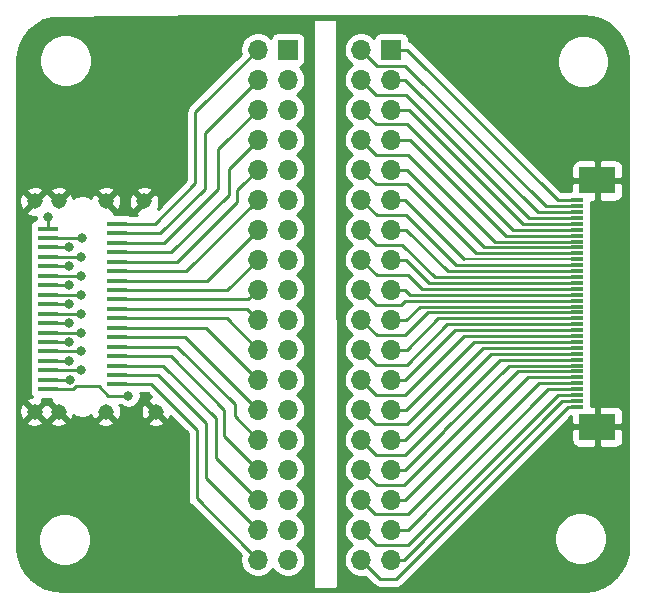
<source format=gbr>
%TF.GenerationSoftware,KiCad,Pcbnew,5.1.10-88a1d61d58~88~ubuntu20.04.1*%
%TF.CreationDate,2021-05-25T15:32:40+07:00*%
%TF.ProjectId,36P-miniSAS-Header-Adapter,3336502d-6d69-46e6-9953-41532d486561,rev?*%
%TF.SameCoordinates,Original*%
%TF.FileFunction,Copper,L1,Top*%
%TF.FilePolarity,Positive*%
%FSLAX46Y46*%
G04 Gerber Fmt 4.6, Leading zero omitted, Abs format (unit mm)*
G04 Created by KiCad (PCBNEW 5.1.10-88a1d61d58~88~ubuntu20.04.1) date 2021-05-25 15:32:40*
%MOMM*%
%LPD*%
G01*
G04 APERTURE LIST*
%TA.AperFunction,SMDPad,CuDef*%
%ADD10R,1.100000X0.300000*%
%TD*%
%TA.AperFunction,SMDPad,CuDef*%
%ADD11R,3.100000X2.300000*%
%TD*%
%TA.AperFunction,ComponentPad*%
%ADD12O,1.700000X1.700000*%
%TD*%
%TA.AperFunction,ComponentPad*%
%ADD13R,1.700000X1.700000*%
%TD*%
%TA.AperFunction,SMDPad,CuDef*%
%ADD14R,1.800000X0.350000*%
%TD*%
%TA.AperFunction,ComponentPad*%
%ADD15C,1.308000*%
%TD*%
%TA.AperFunction,ViaPad*%
%ADD16C,0.800000*%
%TD*%
%TA.AperFunction,Conductor*%
%ADD17C,0.250000*%
%TD*%
%TA.AperFunction,Conductor*%
%ADD18C,0.200000*%
%TD*%
%TA.AperFunction,Conductor*%
%ADD19C,0.254000*%
%TD*%
%TA.AperFunction,Conductor*%
%ADD20C,0.100000*%
%TD*%
G04 APERTURE END LIST*
D10*
%TO.P,J3,36*%
%TO.N,/1*%
X197500000Y6250000D03*
%TO.P,J3,35*%
%TO.N,/2*%
X197500000Y5750000D03*
%TO.P,J3,34*%
%TO.N,/3*%
X197500000Y5250000D03*
%TO.P,J3,33*%
%TO.N,/4*%
X197500000Y4750000D03*
%TO.P,J3,32*%
%TO.N,/5*%
X197500000Y4250000D03*
%TO.P,J3,31*%
%TO.N,/6*%
X197500000Y3750000D03*
%TO.P,J3,30*%
%TO.N,/7*%
X197500000Y3250000D03*
%TO.P,J3,29*%
%TO.N,/8*%
X197500000Y2750000D03*
%TO.P,J3,28*%
%TO.N,/9*%
X197500000Y2250000D03*
%TO.P,J3,27*%
%TO.N,/10*%
X197500000Y1750000D03*
%TO.P,J3,26*%
%TO.N,/11*%
X197500000Y1250000D03*
%TO.P,J3,25*%
%TO.N,/12*%
X197500000Y750000D03*
%TO.P,J3,24*%
%TO.N,/13*%
X197500000Y250000D03*
%TO.P,J3,23*%
%TO.N,/14*%
X197500000Y-250000D03*
%TO.P,J3,22*%
%TO.N,/15*%
X197500000Y-750000D03*
%TO.P,J3,21*%
%TO.N,/16*%
X197500000Y-1250000D03*
%TO.P,J3,20*%
%TO.N,/17*%
X197500000Y-1750000D03*
%TO.P,J3,19*%
%TO.N,/18*%
X197500000Y-2250000D03*
%TO.P,J3,18*%
%TO.N,/19*%
X197500000Y-2750000D03*
%TO.P,J3,17*%
%TO.N,/20*%
X197500000Y-3250000D03*
%TO.P,J3,16*%
%TO.N,/21*%
X197500000Y-3750000D03*
%TO.P,J3,15*%
%TO.N,/22*%
X197500000Y-4250000D03*
%TO.P,J3,14*%
%TO.N,/23*%
X197500000Y-4750000D03*
%TO.P,J3,13*%
%TO.N,/24*%
X197500000Y-5250000D03*
%TO.P,J3,12*%
%TO.N,/25*%
X197500000Y-5750000D03*
%TO.P,J3,11*%
%TO.N,/26*%
X197500000Y-6250000D03*
%TO.P,J3,10*%
%TO.N,/27*%
X197500000Y-6750000D03*
%TO.P,J3,9*%
%TO.N,/28*%
X197500000Y-7250000D03*
%TO.P,J3,8*%
%TO.N,/29*%
X197500000Y-7750000D03*
%TO.P,J3,7*%
%TO.N,/30*%
X197500000Y-8250000D03*
D11*
%TO.P,J3,S1*%
%TO.N,GND*%
X199200000Y-12920000D03*
%TO.P,J3,S2*%
X199200000Y7920000D03*
D10*
%TO.P,J3,6*%
%TO.N,/31*%
X197500000Y-8750000D03*
%TO.P,J3,5*%
%TO.N,/32*%
X197500000Y-9250000D03*
%TO.P,J3,4*%
%TO.N,/33*%
X197500000Y-9750000D03*
%TO.P,J3,3*%
%TO.N,/34*%
X197500000Y-10250000D03*
%TO.P,J3,2*%
%TO.N,/35*%
X197500000Y-10750000D03*
%TO.P,J3,1*%
%TO.N,/36*%
X197500000Y-11250000D03*
%TD*%
D12*
%TO.P,J4,36*%
%TO.N,/36*%
X179210000Y-24180000D03*
%TO.P,J4,35*%
%TO.N,/35*%
X181750000Y-24180000D03*
%TO.P,J4,34*%
%TO.N,/34*%
X179210000Y-21640000D03*
%TO.P,J4,33*%
%TO.N,/33*%
X181750000Y-21640000D03*
%TO.P,J4,32*%
%TO.N,/32*%
X179210000Y-19100000D03*
%TO.P,J4,31*%
%TO.N,/31*%
X181750000Y-19100000D03*
%TO.P,J4,30*%
%TO.N,/30*%
X179210000Y-16560000D03*
%TO.P,J4,29*%
%TO.N,/29*%
X181750000Y-16560000D03*
%TO.P,J4,28*%
%TO.N,/28*%
X179210000Y-14020000D03*
%TO.P,J4,27*%
%TO.N,/27*%
X181750000Y-14020000D03*
%TO.P,J4,26*%
%TO.N,/26*%
X179210000Y-11480000D03*
%TO.P,J4,25*%
%TO.N,/25*%
X181750000Y-11480000D03*
%TO.P,J4,24*%
%TO.N,/24*%
X179210000Y-8940000D03*
%TO.P,J4,23*%
%TO.N,/23*%
X181750000Y-8940000D03*
%TO.P,J4,22*%
%TO.N,/22*%
X179210000Y-6400000D03*
%TO.P,J4,21*%
%TO.N,/21*%
X181750000Y-6400000D03*
%TO.P,J4,20*%
%TO.N,/20*%
X179210000Y-3860000D03*
%TO.P,J4,19*%
%TO.N,/19*%
X181750000Y-3860000D03*
%TO.P,J4,18*%
%TO.N,/18*%
X179210000Y-1320000D03*
%TO.P,J4,17*%
%TO.N,/17*%
X181750000Y-1320000D03*
%TO.P,J4,16*%
%TO.N,/16*%
X179210000Y1220000D03*
%TO.P,J4,15*%
%TO.N,/15*%
X181750000Y1220000D03*
%TO.P,J4,14*%
%TO.N,/14*%
X179210000Y3760000D03*
%TO.P,J4,13*%
%TO.N,/13*%
X181750000Y3760000D03*
%TO.P,J4,12*%
%TO.N,/12*%
X179210000Y6300000D03*
%TO.P,J4,11*%
%TO.N,/11*%
X181750000Y6300000D03*
%TO.P,J4,10*%
%TO.N,/10*%
X179210000Y8840000D03*
%TO.P,J4,9*%
%TO.N,/9*%
X181750000Y8840000D03*
%TO.P,J4,8*%
%TO.N,/8*%
X179210000Y11380000D03*
%TO.P,J4,7*%
%TO.N,/7*%
X181750000Y11380000D03*
%TO.P,J4,6*%
%TO.N,/6*%
X179210000Y13920000D03*
%TO.P,J4,5*%
%TO.N,/5*%
X181750000Y13920000D03*
%TO.P,J4,4*%
%TO.N,/4*%
X179210000Y16460000D03*
%TO.P,J4,3*%
%TO.N,/3*%
X181750000Y16460000D03*
%TO.P,J4,2*%
%TO.N,/2*%
X179210000Y19000000D03*
D13*
%TO.P,J4,1*%
%TO.N,/1*%
X181750000Y19000000D03*
%TD*%
D12*
%TO.P,J2,36*%
%TO.N,Net-(J1-PadB18)*%
X170460000Y-24180000D03*
%TO.P,J2,35*%
%TO.N,/A18*%
X173000000Y-24180000D03*
%TO.P,J2,34*%
%TO.N,Net-(J1-PadB17)*%
X170460000Y-21640000D03*
%TO.P,J2,33*%
%TO.N,/A17*%
X173000000Y-21640000D03*
%TO.P,J2,32*%
%TO.N,Net-(J1-PadB16)*%
X170460000Y-19100000D03*
%TO.P,J2,31*%
%TO.N,/A16*%
X173000000Y-19100000D03*
%TO.P,J2,30*%
%TO.N,Net-(J1-PadB15)*%
X170460000Y-16560000D03*
%TO.P,J2,29*%
%TO.N,/A15*%
X173000000Y-16560000D03*
%TO.P,J2,28*%
%TO.N,Net-(J1-PadB14)*%
X170460000Y-14020000D03*
%TO.P,J2,27*%
%TO.N,/A14*%
X173000000Y-14020000D03*
%TO.P,J2,26*%
%TO.N,Net-(J1-PadB13)*%
X170460000Y-11480000D03*
%TO.P,J2,25*%
%TO.N,/A13*%
X173000000Y-11480000D03*
%TO.P,J2,24*%
%TO.N,Net-(J1-PadB12)*%
X170460000Y-8940000D03*
%TO.P,J2,23*%
%TO.N,/A12*%
X173000000Y-8940000D03*
%TO.P,J2,22*%
%TO.N,Net-(J1-PadB11)*%
X170460000Y-6400000D03*
%TO.P,J2,21*%
%TO.N,/A11*%
X173000000Y-6400000D03*
%TO.P,J2,20*%
%TO.N,Net-(J1-PadB10)*%
X170460000Y-3860000D03*
%TO.P,J2,19*%
%TO.N,/A10*%
X173000000Y-3860000D03*
%TO.P,J2,18*%
%TO.N,Net-(J1-PadB9)*%
X170460000Y-1320000D03*
%TO.P,J2,17*%
%TO.N,/A9*%
X173000000Y-1320000D03*
%TO.P,J2,16*%
%TO.N,Net-(J1-PadB8)*%
X170460000Y1220000D03*
%TO.P,J2,15*%
%TO.N,/A8*%
X173000000Y1220000D03*
%TO.P,J2,14*%
%TO.N,Net-(J1-PadB7)*%
X170460000Y3760000D03*
%TO.P,J2,13*%
%TO.N,/A7*%
X173000000Y3760000D03*
%TO.P,J2,12*%
%TO.N,Net-(J1-PadB6)*%
X170460000Y6300000D03*
%TO.P,J2,11*%
%TO.N,/A6*%
X173000000Y6300000D03*
%TO.P,J2,10*%
%TO.N,Net-(J1-PadB5)*%
X170460000Y8840000D03*
%TO.P,J2,9*%
%TO.N,/A5*%
X173000000Y8840000D03*
%TO.P,J2,8*%
%TO.N,Net-(J1-PadB4)*%
X170460000Y11380000D03*
%TO.P,J2,7*%
%TO.N,/A4*%
X173000000Y11380000D03*
%TO.P,J2,6*%
%TO.N,Net-(J1-PadB3)*%
X170460000Y13920000D03*
%TO.P,J2,5*%
%TO.N,/A3*%
X173000000Y13920000D03*
%TO.P,J2,4*%
%TO.N,Net-(J1-PadB2)*%
X170460000Y16460000D03*
%TO.P,J2,3*%
%TO.N,/A2*%
X173000000Y16460000D03*
%TO.P,J2,2*%
%TO.N,Net-(J1-PadB1)*%
X170460000Y19000000D03*
D13*
%TO.P,J2,1*%
%TO.N,/A1*%
X173000000Y19000000D03*
%TD*%
D14*
%TO.P,J1,B1*%
%TO.N,Net-(J1-PadB1)*%
X158500000Y4250000D03*
%TO.P,J1,B2*%
%TO.N,Net-(J1-PadB2)*%
X158500000Y3450000D03*
%TO.P,J1,B3*%
%TO.N,Net-(J1-PadB3)*%
X158500000Y2650000D03*
%TO.P,J1,B4*%
%TO.N,Net-(J1-PadB4)*%
X158500000Y1850000D03*
%TO.P,J1,B5*%
%TO.N,Net-(J1-PadB5)*%
X158500000Y1050000D03*
%TO.P,J1,B6*%
%TO.N,Net-(J1-PadB6)*%
X158500000Y250000D03*
%TO.P,J1,B7*%
%TO.N,Net-(J1-PadB7)*%
X158500000Y-550000D03*
%TO.P,J1,B8*%
%TO.N,Net-(J1-PadB8)*%
X158500000Y-1350000D03*
%TO.P,J1,B9*%
%TO.N,Net-(J1-PadB9)*%
X158500000Y-2150000D03*
%TO.P,J1,B10*%
%TO.N,Net-(J1-PadB10)*%
X158500000Y-2950000D03*
%TO.P,J1,B11*%
%TO.N,Net-(J1-PadB11)*%
X158500000Y-3750000D03*
%TO.P,J1,B12*%
%TO.N,Net-(J1-PadB12)*%
X158500000Y-4550000D03*
%TO.P,J1,B13*%
%TO.N,Net-(J1-PadB13)*%
X158500000Y-5350000D03*
%TO.P,J1,B14*%
%TO.N,Net-(J1-PadB14)*%
X158500000Y-6150000D03*
%TO.P,J1,B15*%
%TO.N,Net-(J1-PadB15)*%
X158500000Y-6950000D03*
%TO.P,J1,B16*%
%TO.N,Net-(J1-PadB16)*%
X158500000Y-7750000D03*
%TO.P,J1,B17*%
%TO.N,Net-(J1-PadB17)*%
X158500000Y-8550000D03*
%TO.P,J1,B18*%
%TO.N,Net-(J1-PadB18)*%
X158500000Y-9350000D03*
%TO.P,J1,A1*%
%TO.N,/A1*%
X152680000Y3850000D03*
%TO.P,J1,A2*%
%TO.N,/A2*%
X152680000Y3050000D03*
%TO.P,J1,A3*%
%TO.N,/A3*%
X152680000Y2250000D03*
%TO.P,J1,A4*%
%TO.N,/A4*%
X152680000Y1450000D03*
%TO.P,J1,A5*%
%TO.N,/A5*%
X152680000Y650000D03*
%TO.P,J1,A6*%
%TO.N,/A6*%
X152680000Y-150000D03*
%TO.P,J1,A7*%
%TO.N,/A7*%
X152680000Y-950000D03*
%TO.P,J1,A8*%
%TO.N,/A8*%
X152680000Y-1750000D03*
%TO.P,J1,A9*%
%TO.N,/A9*%
X152680000Y-2550000D03*
%TO.P,J1,A10*%
%TO.N,/A10*%
X152680000Y-3350000D03*
%TO.P,J1,A11*%
%TO.N,/A11*%
X152680000Y-4150000D03*
%TO.P,J1,A12*%
%TO.N,/A12*%
X152680000Y-4950000D03*
%TO.P,J1,A13*%
%TO.N,/A13*%
X152680000Y-5750000D03*
%TO.P,J1,A14*%
%TO.N,/A14*%
X152680000Y-6550000D03*
%TO.P,J1,A15*%
%TO.N,/A15*%
X152680000Y-7350000D03*
%TO.P,J1,A16*%
%TO.N,/A16*%
X152680000Y-8150000D03*
%TO.P,J1,A17*%
%TO.N,/A17*%
X152680000Y-8950000D03*
%TO.P,J1,A18*%
%TO.N,/A18*%
X152680000Y-9750000D03*
D15*
%TO.P,J1,S1*%
%TO.N,GND*%
X160830000Y6150000D03*
%TO.P,J1,S2*%
X157590000Y6150000D03*
%TO.P,J1,S3*%
X153590000Y6150000D03*
%TO.P,J1,S4*%
X151560000Y6150000D03*
%TO.P,J1,S5*%
X161830000Y-11650000D03*
%TO.P,J1,S6*%
X157590000Y-11650000D03*
%TO.P,J1,S7*%
X153590000Y-11650000D03*
%TO.P,J1,S8*%
X151560000Y-11650000D03*
%TD*%
D16*
%TO.N,/A1*%
X152700000Y4850000D03*
%TO.N,/A2*%
X155550000Y3050000D03*
%TO.N,/A3*%
X154500000Y2250000D03*
%TO.N,/A4*%
X155500000Y1450000D03*
%TO.N,/A5*%
X154500000Y650000D03*
%TO.N,/A6*%
X155500000Y-150000D03*
%TO.N,/A7*%
X154500000Y-950000D03*
%TO.N,/A8*%
X155500000Y-1750000D03*
%TO.N,/A9*%
X154500000Y-2550000D03*
%TO.N,/A10*%
X155500000Y-3350000D03*
%TO.N,/A11*%
X154500000Y-4150000D03*
%TO.N,/A12*%
X155450000Y-4950000D03*
%TO.N,/A13*%
X154450000Y-5750000D03*
%TO.N,/A14*%
X155500000Y-6550000D03*
%TO.N,/A15*%
X154500000Y-7350000D03*
%TO.N,/A16*%
X155500000Y-8150000D03*
%TO.N,/A17*%
X154550000Y-8950000D03*
%TO.N,/A18*%
X159500000Y-10300000D03*
%TD*%
D17*
%TO.N,Net-(J1-PadB1)*%
X165600000Y14140000D02*
X170460000Y19000000D01*
X165180000Y13720000D02*
X165600000Y14140000D01*
X165180000Y7680000D02*
X165180000Y13720000D01*
X161750000Y4250000D02*
X165180000Y7680000D01*
X158500000Y4250000D02*
X161750000Y4250000D01*
%TO.N,Net-(J1-PadB2)*%
X162186410Y3450000D02*
X158500000Y3450000D01*
X170460000Y16460000D02*
X166300000Y12300000D01*
X165968205Y11968205D02*
X166300000Y12300000D01*
X165968205Y7231795D02*
X165968205Y11968205D01*
X165968205Y7231795D02*
X162186410Y3450000D01*
%TO.N,Net-(J1-PadB3)*%
X167620000Y11080000D02*
X170460000Y13920000D01*
X167086411Y10546411D02*
X167620000Y11080000D01*
X167086411Y7186411D02*
X167086411Y10546411D01*
X162550000Y2650000D02*
X167086411Y7186411D01*
X158500000Y2650000D02*
X162550000Y2650000D01*
%TO.N,Net-(J1-PadB4)*%
X168590000Y9510000D02*
X170460000Y11380000D01*
X168000000Y8920000D02*
X168590000Y9510000D01*
X168000000Y6700000D02*
X168000000Y8920000D01*
X163150000Y1850000D02*
X168000000Y6700000D01*
X158500000Y1850000D02*
X163150000Y1850000D01*
%TO.N,Net-(J1-PadB5)*%
X169210000Y7590000D02*
X170460000Y8840000D01*
X168700000Y7080000D02*
X169210000Y7590000D01*
X168700000Y6100000D02*
X168700000Y7080000D01*
X163650000Y1050000D02*
X168700000Y6100000D01*
X158500000Y1050000D02*
X163650000Y1050000D01*
%TO.N,Net-(J1-PadB6)*%
X164410000Y250000D02*
X170460000Y6300000D01*
X158500000Y250000D02*
X164410000Y250000D01*
%TO.N,Net-(J1-PadB7)*%
X166150000Y-550000D02*
X170460000Y3760000D01*
X158500000Y-550000D02*
X166150000Y-550000D01*
%TO.N,Net-(J1-PadB8)*%
X167890000Y-1350000D02*
X170460000Y1220000D01*
X158500000Y-1350000D02*
X167890000Y-1350000D01*
%TO.N,Net-(J1-PadB9)*%
X169630000Y-2150000D02*
X170460000Y-1320000D01*
X158500000Y-2150000D02*
X169630000Y-2150000D01*
%TO.N,Net-(J1-PadB10)*%
X169550000Y-2950000D02*
X170460000Y-3860000D01*
X158500000Y-2950000D02*
X169550000Y-2950000D01*
%TO.N,Net-(J1-PadB11)*%
X167810000Y-3750000D02*
X170460000Y-6400000D01*
X158500000Y-3750000D02*
X167810000Y-3750000D01*
%TO.N,Net-(J1-PadB12)*%
X166070000Y-4550000D02*
X170460000Y-8940000D01*
X158500000Y-4550000D02*
X166070000Y-4550000D01*
%TO.N,Net-(J1-PadB13)*%
X164330000Y-5350000D02*
X170460000Y-11480000D01*
X158500000Y-5350000D02*
X164330000Y-5350000D01*
%TO.N,Net-(J1-PadB14)*%
X168500000Y-11000000D02*
X168500000Y-12060000D01*
X168500000Y-12060000D02*
X170460000Y-14020000D01*
X163650000Y-6150000D02*
X168500000Y-11000000D01*
X158500000Y-6150000D02*
X163650000Y-6150000D01*
%TO.N,Net-(J1-PadB15)*%
X158500000Y-6950000D02*
X163086411Y-6950000D01*
X163086411Y-6950000D02*
X167630011Y-11493600D01*
X167630011Y-11493600D02*
X167630011Y-13730011D01*
X167630011Y-13730011D02*
X170460000Y-16560000D01*
%TO.N,Net-(J1-PadB16)*%
X158500000Y-7750000D02*
X162250000Y-7750000D01*
X167180000Y-15820000D02*
X170460000Y-19100000D01*
X166900000Y-15540000D02*
X167180000Y-15820000D01*
X162450000Y-7750000D02*
X166900000Y-12200000D01*
X166900000Y-12200000D02*
X166900000Y-15540000D01*
X162250000Y-7750000D02*
X162450000Y-7750000D01*
%TO.N,Net-(J1-PadB17)*%
X166068205Y-17248205D02*
X169610001Y-20790001D01*
X166068205Y-12631795D02*
X166068205Y-17248205D01*
X161986410Y-8550000D02*
X166068205Y-12631795D01*
X169610001Y-20790001D02*
X170460000Y-21640000D01*
X158500000Y-8550000D02*
X161986410Y-8550000D01*
%TO.N,Net-(J1-PadB18)*%
X169610001Y-23330001D02*
X170460000Y-24180000D01*
X165281795Y-19001795D02*
X169610001Y-23330001D01*
X165281795Y-13181795D02*
X165281795Y-19001795D01*
X161450000Y-9350000D02*
X165281795Y-13181795D01*
X158500000Y-9350000D02*
X161450000Y-9350000D01*
%TO.N,/A1*%
X152680000Y4830000D02*
X152700000Y4850000D01*
X152680000Y3850000D02*
X152680000Y4830000D01*
%TO.N,/A2*%
X152680000Y3050000D02*
X155550000Y3050000D01*
%TO.N,/A3*%
X152680000Y2250000D02*
X154500000Y2250000D01*
%TO.N,/A4*%
X152680000Y1450000D02*
X155500000Y1450000D01*
%TO.N,/A5*%
X152680000Y650000D02*
X154500000Y650000D01*
%TO.N,/A6*%
X152680000Y-150000D02*
X155500000Y-150000D01*
%TO.N,/A7*%
X152680000Y-950000D02*
X154500000Y-950000D01*
%TO.N,/A8*%
X152680000Y-1750000D02*
X155500000Y-1750000D01*
%TO.N,/A9*%
X152680000Y-2550000D02*
X154500000Y-2550000D01*
%TO.N,/A10*%
X152680000Y-3350000D02*
X155500000Y-3350000D01*
%TO.N,/A11*%
X152680000Y-4150000D02*
X154500000Y-4150000D01*
%TO.N,/A12*%
X152680000Y-4950000D02*
X155450000Y-4950000D01*
%TO.N,/A13*%
X152680000Y-5750000D02*
X154450000Y-5750000D01*
%TO.N,/A14*%
X152680000Y-6550000D02*
X155500000Y-6550000D01*
%TO.N,/A15*%
X152680000Y-7350000D02*
X154500000Y-7350000D01*
%TO.N,/A16*%
X152680000Y-8150000D02*
X155500000Y-8150000D01*
%TO.N,/A17*%
X152680000Y-8950000D02*
X154550000Y-8950000D01*
%TO.N,/A18*%
X159500000Y-10550000D02*
X159500000Y-10550000D01*
X154800000Y-9750000D02*
X152680000Y-9750000D01*
X155050000Y-9500000D02*
X154800000Y-9750000D01*
X156989998Y-9500000D02*
X155050000Y-9500000D01*
X157789998Y-10300000D02*
X156989998Y-9500000D01*
X159500000Y-10300000D02*
X157789998Y-10300000D01*
%TO.N,/35*%
X196250000Y-10750000D02*
X182820000Y-24180000D01*
X182820000Y-24180000D02*
X181750000Y-24180000D01*
X197500000Y-10750000D02*
X196250000Y-10750000D01*
%TO.N,/33*%
X183160000Y-21640000D02*
X181750000Y-21640000D01*
X195050000Y-9750000D02*
X183160000Y-21640000D01*
X197500000Y-9750000D02*
X195050000Y-9750000D01*
%TO.N,/31*%
X193302081Y-8750000D02*
X182952081Y-19100000D01*
X197500000Y-8750000D02*
X193302081Y-8750000D01*
X182952081Y-19100000D02*
X181750000Y-19100000D01*
%TO.N,/29*%
X182952081Y-16560000D02*
X181750000Y-16560000D01*
X186256041Y-13256041D02*
X182952081Y-16560000D01*
X197500000Y-7750000D02*
X191750000Y-7750000D01*
X186256041Y-13256041D02*
X186256041Y-13243959D01*
X186256041Y-13243959D02*
X191750000Y-7750000D01*
%TO.N,/27*%
X182952081Y-14020000D02*
X181750000Y-14020000D01*
X190222081Y-6750000D02*
X182952081Y-14020000D01*
X197500000Y-6750000D02*
X190222081Y-6750000D01*
%TO.N,/25*%
X197500000Y-5750000D02*
X189550000Y-5750000D01*
X183020000Y-11480000D02*
X181750000Y-11480000D01*
X188750000Y-5750000D02*
X183020000Y-11480000D01*
X189550000Y-5750000D02*
X188850000Y-5750000D01*
X189550000Y-5750000D02*
X188750000Y-5750000D01*
%TO.N,/23*%
X182952081Y-8940000D02*
X181750000Y-8940000D01*
X187142081Y-4750000D02*
X182952081Y-8940000D01*
X197500000Y-4750000D02*
X187142081Y-4750000D01*
%TO.N,/21*%
X183100000Y-6400000D02*
X181750000Y-6400000D01*
X185750000Y-3750000D02*
X183100000Y-6400000D01*
X197500000Y-3750000D02*
X185750000Y-3750000D01*
%TO.N,/19*%
X183040000Y-3860000D02*
X181750000Y-3860000D01*
X184150000Y-2750000D02*
X183040000Y-3860000D01*
X197500000Y-2750000D02*
X184150000Y-2750000D01*
%TO.N,/17*%
X197499969Y-1750031D02*
X183382112Y-1750031D01*
X183382112Y-1750031D02*
X182952081Y-1320000D01*
X182952081Y-1320000D02*
X181750000Y-1320000D01*
%TO.N,/15*%
X182980000Y1220000D02*
X181750000Y1220000D01*
X197500000Y-750000D02*
X184950000Y-750000D01*
X184950000Y-750000D02*
X182980000Y1220000D01*
%TO.N,/13*%
X183040000Y3760000D02*
X181750000Y3760000D01*
X186550000Y250000D02*
X183040000Y3760000D01*
X197500000Y250000D02*
X186550000Y250000D01*
%TO.N,/11*%
X182900000Y6300000D02*
X181750000Y6300000D01*
X187950000Y1250000D02*
X182900000Y6300000D01*
D18*
X187950000Y1250000D02*
X197500000Y1250000D01*
D17*
%TO.N,/9*%
X197500000Y2250000D02*
X189650000Y2250000D01*
X183060000Y8840000D02*
X181750000Y8840000D01*
X189650000Y2250000D02*
X183060000Y8840000D01*
%TO.N,/7*%
X197500000Y3250000D02*
X191450000Y3250000D01*
X183320000Y11380000D02*
X181750000Y11380000D01*
X191450000Y3250000D02*
X183320000Y11380000D01*
%TO.N,/5*%
X183280000Y13920000D02*
X181750000Y13920000D01*
X192950000Y4250000D02*
X183280000Y13920000D01*
X197500000Y4250000D02*
X192950000Y4250000D01*
%TO.N,/3*%
X197500000Y5250000D02*
X194162081Y5250000D01*
X194162081Y5250000D02*
X182952081Y16460000D01*
X182952081Y16460000D02*
X181750000Y16460000D01*
%TO.N,/1*%
X183100000Y19000000D02*
X181750000Y19000000D01*
X195850000Y6250000D02*
X183100000Y19000000D01*
X195850000Y6250000D02*
X197500000Y6250000D01*
%TO.N,/36*%
X180830000Y-25800000D02*
X179210000Y-24180000D01*
X197500000Y-11250000D02*
X196750000Y-11250000D01*
X196750000Y-11250000D02*
X182200000Y-25800000D01*
X182200000Y-25800000D02*
X180830000Y-25800000D01*
%TO.N,/34*%
X180470000Y-22900000D02*
X179210000Y-21640000D01*
X183200000Y-22900000D02*
X180470000Y-22900000D01*
X195850000Y-10250000D02*
X183200000Y-22900000D01*
X197500000Y-10250000D02*
X195850000Y-10250000D01*
%TO.N,/32*%
X180410000Y-20300000D02*
X179210000Y-19100000D01*
X183200000Y-20300000D02*
X180410000Y-20300000D01*
X194250000Y-9250000D02*
X183200000Y-20300000D01*
X197500000Y-9250000D02*
X194250000Y-9250000D01*
%TO.N,/30*%
X182800000Y-17900000D02*
X180550000Y-17900000D01*
X192450000Y-8250000D02*
X182800000Y-17900000D01*
X180550000Y-17900000D02*
X179210000Y-16560000D01*
X197500000Y-8250000D02*
X192450000Y-8250000D01*
%TO.N,/28*%
X180490000Y-15300000D02*
X179210000Y-14020000D01*
X182900000Y-15300000D02*
X180490000Y-15300000D01*
X190950000Y-7250000D02*
X182900000Y-15300000D01*
X197500000Y-7250000D02*
X190950000Y-7250000D01*
%TO.N,/26*%
X179210000Y-11480000D02*
X180330000Y-12600000D01*
X180385001Y-12655001D02*
X180385001Y-12685001D01*
X180330000Y-12600000D02*
X180385001Y-12655001D01*
X180430000Y-12700000D02*
X180330000Y-12600000D01*
X183100000Y-12700000D02*
X180430000Y-12700000D01*
X189550000Y-6250000D02*
X183100000Y-12700000D01*
X197500000Y-6250000D02*
X189550000Y-6250000D01*
%TO.N,/24*%
X182954356Y-10200000D02*
X180470000Y-10200000D01*
X180470000Y-10200000D02*
X179210000Y-8940000D01*
X197500000Y-5250000D02*
X187904356Y-5250000D01*
X187904356Y-5250000D02*
X182954356Y-10200000D01*
%TO.N,/22*%
X180310000Y-7500000D02*
X180310000Y-7510000D01*
X180310000Y-7510000D02*
X180500000Y-7700000D01*
X180500000Y-7700000D02*
X183050000Y-7700000D01*
X179210000Y-6400000D02*
X180310000Y-7500000D01*
X186500000Y-4250000D02*
X183050000Y-7700000D01*
X187150000Y-4250000D02*
X197500000Y-4250000D01*
X187150000Y-4250000D02*
X186500000Y-4250000D01*
%TO.N,/20*%
X180550000Y-5200000D02*
X179210000Y-3860000D01*
X182900000Y-5200000D02*
X180550000Y-5200000D01*
X184850000Y-3250000D02*
X182900000Y-5200000D01*
X197500000Y-3250000D02*
X184850000Y-3250000D01*
%TO.N,/18*%
X197500000Y-2250000D02*
X182950000Y-2250000D01*
X182950000Y-2250000D02*
X182600000Y-2600000D01*
X180490000Y-2600000D02*
X179210000Y-1320000D01*
X182600000Y-2600000D02*
X180490000Y-2600000D01*
%TO.N,/16*%
X180530000Y-100000D02*
X179210000Y1220000D01*
X183200000Y-100000D02*
X180530000Y-100000D01*
X184350000Y-1250000D02*
X183200000Y-100000D01*
X184350000Y-1250000D02*
X197500000Y-1250000D01*
%TO.N,/14*%
X180470000Y2500000D02*
X179210000Y3760000D01*
X182700000Y2500000D02*
X180470000Y2500000D01*
X185450000Y-250000D02*
X182700000Y2500000D01*
X197500000Y-250000D02*
X185450000Y-250000D01*
%TO.N,/12*%
X180510000Y5000000D02*
X179210000Y6300000D01*
X183000000Y5000000D02*
X180510000Y5000000D01*
X187250000Y750000D02*
X183000000Y5000000D01*
X197500000Y750000D02*
X187250000Y750000D01*
%TO.N,/10*%
X180450000Y7600000D02*
X179210000Y8840000D01*
X183100000Y7600000D02*
X180450000Y7600000D01*
X188950000Y1750000D02*
X183100000Y7600000D01*
X197500000Y1750000D02*
X188950000Y1750000D01*
%TO.N,/8*%
X197500000Y2750000D02*
X190550000Y2750000D01*
X190550000Y2750000D02*
X183200000Y10100000D01*
X180490000Y10100000D02*
X179210000Y11380000D01*
X183200000Y10100000D02*
X180490000Y10100000D01*
%TO.N,/6*%
X180430000Y12700000D02*
X179210000Y13920000D01*
X183100000Y12700000D02*
X180430000Y12700000D01*
X192050000Y3750000D02*
X183100000Y12700000D01*
X197500000Y3750000D02*
X192050000Y3750000D01*
%TO.N,/4*%
X180470000Y15200000D02*
X179210000Y16460000D01*
X193450000Y4750000D02*
X183000000Y15200000D01*
X197500000Y4750000D02*
X193450000Y4750000D01*
X183000000Y15200000D02*
X180470000Y15200000D01*
%TO.N,/2*%
X182950000Y17650000D02*
X194850000Y5750000D01*
X180560000Y17650000D02*
X182950000Y17650000D01*
X194850000Y5750000D02*
X197500000Y5750000D01*
X179210000Y19000000D02*
X180560000Y17650000D01*
%TD*%
D19*
%TO.N,GND*%
X198725555Y21767779D02*
X199424940Y21562602D01*
X200072904Y21228880D01*
X200646074Y20778647D01*
X201123762Y20228161D01*
X201488742Y19597270D01*
X201727836Y18908752D01*
X201835790Y18164210D01*
X201840000Y17991937D01*
X201840001Y-22968581D01*
X201767779Y-23725555D01*
X201562602Y-24424940D01*
X201228878Y-25072906D01*
X200778650Y-25646072D01*
X200228159Y-26123763D01*
X199597270Y-26488741D01*
X198908752Y-26727836D01*
X198164210Y-26835790D01*
X197991937Y-26840000D01*
X153931409Y-26840000D01*
X153174445Y-26767779D01*
X152475060Y-26562602D01*
X151827094Y-26228878D01*
X151253928Y-25778650D01*
X150776237Y-25228159D01*
X150411259Y-24597270D01*
X150172164Y-23908752D01*
X150064210Y-23164210D01*
X150060000Y-22991937D01*
X150060000Y-22279872D01*
X151865000Y-22279872D01*
X151865000Y-22720128D01*
X151950890Y-23151925D01*
X152119369Y-23558669D01*
X152363962Y-23924729D01*
X152675271Y-24236038D01*
X153041331Y-24480631D01*
X153448075Y-24649110D01*
X153879872Y-24735000D01*
X154320128Y-24735000D01*
X154751925Y-24649110D01*
X155158669Y-24480631D01*
X155524729Y-24236038D01*
X155836038Y-23924729D01*
X156080631Y-23558669D01*
X156249110Y-23151925D01*
X156335000Y-22720128D01*
X156335000Y-22279872D01*
X156249110Y-21848075D01*
X156080631Y-21441331D01*
X155836038Y-21075271D01*
X155524729Y-20763962D01*
X155158669Y-20519369D01*
X154751925Y-20350890D01*
X154320128Y-20265000D01*
X153879872Y-20265000D01*
X153448075Y-20350890D01*
X153041331Y-20519369D01*
X152675271Y-20763962D01*
X152363962Y-21075271D01*
X152119369Y-21441331D01*
X151950890Y-21848075D01*
X151865000Y-22279872D01*
X150060000Y-22279872D01*
X150060000Y-12538387D01*
X150851218Y-12538387D01*
X150905093Y-12767468D01*
X151135684Y-12873763D01*
X151382581Y-12933028D01*
X151636296Y-12942988D01*
X151887079Y-12903259D01*
X152125293Y-12815368D01*
X152214907Y-12767468D01*
X152268782Y-12538387D01*
X152881218Y-12538387D01*
X152935093Y-12767468D01*
X153165684Y-12873763D01*
X153412581Y-12933028D01*
X153666296Y-12942988D01*
X153917079Y-12903259D01*
X154155293Y-12815368D01*
X154244907Y-12767468D01*
X154298782Y-12538387D01*
X156881218Y-12538387D01*
X156935093Y-12767468D01*
X157165684Y-12873763D01*
X157412581Y-12933028D01*
X157666296Y-12942988D01*
X157917079Y-12903259D01*
X158155293Y-12815368D01*
X158244907Y-12767468D01*
X158298782Y-12538387D01*
X161121218Y-12538387D01*
X161175093Y-12767468D01*
X161405684Y-12873763D01*
X161652581Y-12933028D01*
X161906296Y-12942988D01*
X162157079Y-12903259D01*
X162395293Y-12815368D01*
X162484907Y-12767468D01*
X162538782Y-12538387D01*
X161830000Y-11829605D01*
X161121218Y-12538387D01*
X158298782Y-12538387D01*
X157590000Y-11829605D01*
X156881218Y-12538387D01*
X154298782Y-12538387D01*
X153590000Y-11829605D01*
X152881218Y-12538387D01*
X152268782Y-12538387D01*
X151560000Y-11829605D01*
X150851218Y-12538387D01*
X150060000Y-12538387D01*
X150060000Y-11726296D01*
X150267012Y-11726296D01*
X150306741Y-11977079D01*
X150394632Y-12215293D01*
X150442532Y-12304907D01*
X150671613Y-12358782D01*
X151380395Y-11650000D01*
X151739605Y-11650000D01*
X152448387Y-12358782D01*
X152575000Y-12329005D01*
X152701613Y-12358782D01*
X153410395Y-11650000D01*
X152701613Y-10941218D01*
X152575000Y-10970995D01*
X152448387Y-10941218D01*
X151739605Y-11650000D01*
X151380395Y-11650000D01*
X150671613Y-10941218D01*
X150442532Y-10995093D01*
X150336237Y-11225684D01*
X150276972Y-11472581D01*
X150267012Y-11726296D01*
X150060000Y-11726296D01*
X150060000Y5261613D01*
X150851218Y5261613D01*
X150905093Y5032532D01*
X151135684Y4926237D01*
X151382581Y4866972D01*
X151636296Y4857012D01*
X151665000Y4861559D01*
X151665000Y4748061D01*
X151683790Y4653596D01*
X151655518Y4650812D01*
X151535820Y4614502D01*
X151425506Y4555537D01*
X151328815Y4476185D01*
X151249463Y4379494D01*
X151190498Y4269180D01*
X151154188Y4149482D01*
X151141928Y4025000D01*
X151141928Y3675000D01*
X151154188Y3550518D01*
X151184680Y3450000D01*
X151154188Y3349482D01*
X151141928Y3225000D01*
X151141928Y2875000D01*
X151154188Y2750518D01*
X151184680Y2650000D01*
X151154188Y2549482D01*
X151141928Y2425000D01*
X151141928Y2075000D01*
X151154188Y1950518D01*
X151184680Y1850000D01*
X151154188Y1749482D01*
X151141928Y1625000D01*
X151141928Y1275000D01*
X151154188Y1150518D01*
X151184680Y1050000D01*
X151154188Y949482D01*
X151141928Y825000D01*
X151141928Y475000D01*
X151154188Y350518D01*
X151184680Y250000D01*
X151154188Y149482D01*
X151141928Y25000D01*
X151141928Y-325000D01*
X151154188Y-449482D01*
X151184680Y-550000D01*
X151154188Y-650518D01*
X151141928Y-775000D01*
X151141928Y-1125000D01*
X151154188Y-1249482D01*
X151184680Y-1350000D01*
X151154188Y-1450518D01*
X151141928Y-1575000D01*
X151141928Y-1925000D01*
X151154188Y-2049482D01*
X151184680Y-2150000D01*
X151154188Y-2250518D01*
X151141928Y-2375000D01*
X151141928Y-2725000D01*
X151154188Y-2849482D01*
X151184680Y-2950000D01*
X151154188Y-3050518D01*
X151141928Y-3175000D01*
X151141928Y-3525000D01*
X151154188Y-3649482D01*
X151184680Y-3750000D01*
X151154188Y-3850518D01*
X151141928Y-3975000D01*
X151141928Y-4325000D01*
X151154188Y-4449482D01*
X151184680Y-4550000D01*
X151154188Y-4650518D01*
X151141928Y-4775000D01*
X151141928Y-5125000D01*
X151154188Y-5249482D01*
X151184680Y-5350000D01*
X151154188Y-5450518D01*
X151141928Y-5575000D01*
X151141928Y-5925000D01*
X151154188Y-6049482D01*
X151184680Y-6150000D01*
X151154188Y-6250518D01*
X151141928Y-6375000D01*
X151141928Y-6725000D01*
X151154188Y-6849482D01*
X151184680Y-6950000D01*
X151154188Y-7050518D01*
X151141928Y-7175000D01*
X151141928Y-7525000D01*
X151154188Y-7649482D01*
X151184680Y-7750000D01*
X151154188Y-7850518D01*
X151141928Y-7975000D01*
X151141928Y-8325000D01*
X151154188Y-8449482D01*
X151184680Y-8550000D01*
X151154188Y-8650518D01*
X151141928Y-8775000D01*
X151141928Y-9125000D01*
X151154188Y-9249482D01*
X151184680Y-9350000D01*
X151154188Y-9450518D01*
X151141928Y-9575000D01*
X151141928Y-9925000D01*
X151154188Y-10049482D01*
X151190498Y-10169180D01*
X151249463Y-10279494D01*
X151328815Y-10376185D01*
X151334294Y-10380682D01*
X151232921Y-10396741D01*
X150994707Y-10484632D01*
X150905093Y-10532532D01*
X150851218Y-10761613D01*
X151560000Y-11470395D01*
X152268782Y-10761613D01*
X152222089Y-10563072D01*
X152927911Y-10563072D01*
X152881218Y-10761613D01*
X153590000Y-11470395D01*
X153604143Y-11456253D01*
X153783748Y-11635858D01*
X153769605Y-11650000D01*
X154478387Y-12358782D01*
X154707468Y-12304907D01*
X154813763Y-12074316D01*
X154844211Y-11947471D01*
X154922115Y-11999525D01*
X155178718Y-12105814D01*
X155451127Y-12160000D01*
X155728873Y-12160000D01*
X156001282Y-12105814D01*
X156257885Y-11999525D01*
X156332408Y-11949730D01*
X156336741Y-11977079D01*
X156424632Y-12215293D01*
X156472532Y-12304907D01*
X156701613Y-12358782D01*
X157410395Y-11650000D01*
X157396253Y-11635858D01*
X157575858Y-11456253D01*
X157590000Y-11470395D01*
X157604143Y-11456253D01*
X157783748Y-11635858D01*
X157769605Y-11650000D01*
X158478387Y-12358782D01*
X158707468Y-12304907D01*
X158813763Y-12074316D01*
X158873028Y-11827419D01*
X158876997Y-11726296D01*
X160537012Y-11726296D01*
X160576741Y-11977079D01*
X160664632Y-12215293D01*
X160712532Y-12304907D01*
X160941613Y-12358782D01*
X161650395Y-11650000D01*
X160941613Y-10941218D01*
X160712532Y-10995093D01*
X160606237Y-11225684D01*
X160546972Y-11472581D01*
X160537012Y-11726296D01*
X158876997Y-11726296D01*
X158882988Y-11573704D01*
X158843259Y-11322921D01*
X158755368Y-11084707D01*
X158742162Y-11060000D01*
X158796289Y-11060000D01*
X158840226Y-11103937D01*
X159009744Y-11217205D01*
X159198102Y-11295226D01*
X159398061Y-11335000D01*
X159601939Y-11335000D01*
X159801898Y-11295226D01*
X159990256Y-11217205D01*
X160159774Y-11103937D01*
X160303937Y-10959774D01*
X160417205Y-10790256D01*
X160495226Y-10601898D01*
X160535000Y-10401939D01*
X160535000Y-10198061D01*
X160517484Y-10110000D01*
X161135199Y-10110000D01*
X161443766Y-10418567D01*
X161264707Y-10484632D01*
X161175093Y-10532532D01*
X161121218Y-10761613D01*
X161830000Y-11470395D01*
X161844143Y-11456253D01*
X162023748Y-11635858D01*
X162009605Y-11650000D01*
X162718387Y-12358782D01*
X162947468Y-12304907D01*
X163053763Y-12074316D01*
X163062619Y-12037421D01*
X164521795Y-13496598D01*
X164521796Y-18964463D01*
X164518119Y-19001795D01*
X164521796Y-19039128D01*
X164527792Y-19100000D01*
X164532793Y-19150780D01*
X164576249Y-19294041D01*
X164646821Y-19426071D01*
X164717996Y-19512797D01*
X164741795Y-19541796D01*
X164770793Y-19565594D01*
X169018790Y-23813592D01*
X168975000Y-24033740D01*
X168975000Y-24326260D01*
X169032068Y-24613158D01*
X169144010Y-24883411D01*
X169306525Y-25126632D01*
X169513368Y-25333475D01*
X169756589Y-25495990D01*
X170026842Y-25607932D01*
X170313740Y-25665000D01*
X170606260Y-25665000D01*
X170893158Y-25607932D01*
X171163411Y-25495990D01*
X171406632Y-25333475D01*
X171613475Y-25126632D01*
X171730000Y-24952240D01*
X171846525Y-25126632D01*
X172053368Y-25333475D01*
X172296589Y-25495990D01*
X172566842Y-25607932D01*
X172853740Y-25665000D01*
X173146260Y-25665000D01*
X173433158Y-25607932D01*
X173703411Y-25495990D01*
X173946632Y-25333475D01*
X174153475Y-25126632D01*
X174315990Y-24883411D01*
X174427932Y-24613158D01*
X174485000Y-24326260D01*
X174485000Y-24033740D01*
X174427932Y-23746842D01*
X174315990Y-23476589D01*
X174153475Y-23233368D01*
X173946632Y-23026525D01*
X173772240Y-22910000D01*
X173946632Y-22793475D01*
X174153475Y-22586632D01*
X174315990Y-22343411D01*
X174427932Y-22073158D01*
X174485000Y-21786260D01*
X174485000Y-21493740D01*
X174427932Y-21206842D01*
X174315990Y-20936589D01*
X174153475Y-20693368D01*
X173946632Y-20486525D01*
X173772240Y-20370000D01*
X173946632Y-20253475D01*
X174153475Y-20046632D01*
X174315990Y-19803411D01*
X174427932Y-19533158D01*
X174485000Y-19246260D01*
X174485000Y-18953740D01*
X174427932Y-18666842D01*
X174315990Y-18396589D01*
X174153475Y-18153368D01*
X173946632Y-17946525D01*
X173772240Y-17830000D01*
X173946632Y-17713475D01*
X174153475Y-17506632D01*
X174315990Y-17263411D01*
X174427932Y-16993158D01*
X174485000Y-16706260D01*
X174485000Y-16413740D01*
X174427932Y-16126842D01*
X174315990Y-15856589D01*
X174153475Y-15613368D01*
X173946632Y-15406525D01*
X173772240Y-15290000D01*
X173946632Y-15173475D01*
X174153475Y-14966632D01*
X174315990Y-14723411D01*
X174427932Y-14453158D01*
X174485000Y-14166260D01*
X174485000Y-13873740D01*
X174427932Y-13586842D01*
X174315990Y-13316589D01*
X174153475Y-13073368D01*
X173946632Y-12866525D01*
X173772240Y-12750000D01*
X173946632Y-12633475D01*
X174153475Y-12426632D01*
X174315990Y-12183411D01*
X174427932Y-11913158D01*
X174485000Y-11626260D01*
X174485000Y-11333740D01*
X174427932Y-11046842D01*
X174315990Y-10776589D01*
X174153475Y-10533368D01*
X173946632Y-10326525D01*
X173772240Y-10210000D01*
X173946632Y-10093475D01*
X174153475Y-9886632D01*
X174315990Y-9643411D01*
X174427932Y-9373158D01*
X174485000Y-9086260D01*
X174485000Y-8793740D01*
X174427932Y-8506842D01*
X174315990Y-8236589D01*
X174153475Y-7993368D01*
X173946632Y-7786525D01*
X173772240Y-7670000D01*
X173946632Y-7553475D01*
X174153475Y-7346632D01*
X174315990Y-7103411D01*
X174427932Y-6833158D01*
X174485000Y-6546260D01*
X174485000Y-6253740D01*
X174427932Y-5966842D01*
X174315990Y-5696589D01*
X174153475Y-5453368D01*
X173946632Y-5246525D01*
X173772240Y-5130000D01*
X173946632Y-5013475D01*
X174153475Y-4806632D01*
X174315990Y-4563411D01*
X174427932Y-4293158D01*
X174485000Y-4006260D01*
X174485000Y-3713740D01*
X174427932Y-3426842D01*
X174315990Y-3156589D01*
X174153475Y-2913368D01*
X173946632Y-2706525D01*
X173772240Y-2590000D01*
X173946632Y-2473475D01*
X174153475Y-2266632D01*
X174315990Y-2023411D01*
X174427932Y-1753158D01*
X174485000Y-1466260D01*
X174485000Y-1173740D01*
X174427932Y-886842D01*
X174315990Y-616589D01*
X174153475Y-373368D01*
X173946632Y-166525D01*
X173772240Y-50000D01*
X173946632Y66525D01*
X174153475Y273368D01*
X174315990Y516589D01*
X174427932Y786842D01*
X174485000Y1073740D01*
X174485000Y1366260D01*
X174427932Y1653158D01*
X174315990Y1923411D01*
X174153475Y2166632D01*
X173946632Y2373475D01*
X173772240Y2490000D01*
X173946632Y2606525D01*
X174153475Y2813368D01*
X174315990Y3056589D01*
X174427932Y3326842D01*
X174485000Y3613740D01*
X174485000Y3906260D01*
X174427932Y4193158D01*
X174315990Y4463411D01*
X174153475Y4706632D01*
X173946632Y4913475D01*
X173772240Y5030000D01*
X173946632Y5146525D01*
X174153475Y5353368D01*
X174315990Y5596589D01*
X174427932Y5866842D01*
X174485000Y6153740D01*
X174485000Y6446260D01*
X174427932Y6733158D01*
X174315990Y7003411D01*
X174153475Y7246632D01*
X173946632Y7453475D01*
X173772240Y7570000D01*
X173946632Y7686525D01*
X174153475Y7893368D01*
X174315990Y8136589D01*
X174427932Y8406842D01*
X174485000Y8693740D01*
X174485000Y8986260D01*
X174427932Y9273158D01*
X174315990Y9543411D01*
X174153475Y9786632D01*
X173946632Y9993475D01*
X173772240Y10110000D01*
X173946632Y10226525D01*
X174153475Y10433368D01*
X174315990Y10676589D01*
X174427932Y10946842D01*
X174485000Y11233740D01*
X174485000Y11526260D01*
X174427932Y11813158D01*
X174315990Y12083411D01*
X174153475Y12326632D01*
X173946632Y12533475D01*
X173772240Y12650000D01*
X173946632Y12766525D01*
X174153475Y12973368D01*
X174315990Y13216589D01*
X174427932Y13486842D01*
X174485000Y13773740D01*
X174485000Y14066260D01*
X174427932Y14353158D01*
X174315990Y14623411D01*
X174153475Y14866632D01*
X173946632Y15073475D01*
X173772240Y15190000D01*
X173946632Y15306525D01*
X174153475Y15513368D01*
X174315990Y15756589D01*
X174427932Y16026842D01*
X174485000Y16313740D01*
X174485000Y16606260D01*
X174427932Y16893158D01*
X174315990Y17163411D01*
X174153475Y17406632D01*
X174021620Y17538487D01*
X174094180Y17560498D01*
X174204494Y17619463D01*
X174301185Y17698815D01*
X174380537Y17795506D01*
X174439502Y17905820D01*
X174475812Y18025518D01*
X174488072Y18150000D01*
X174488072Y19850000D01*
X174475812Y19974482D01*
X174439502Y20094180D01*
X174380537Y20204494D01*
X174301185Y20301185D01*
X174204494Y20380537D01*
X174094180Y20439502D01*
X173974482Y20475812D01*
X173850000Y20488072D01*
X172150000Y20488072D01*
X172025518Y20475812D01*
X171905820Y20439502D01*
X171795506Y20380537D01*
X171698815Y20301185D01*
X171619463Y20204494D01*
X171560498Y20094180D01*
X171538487Y20021620D01*
X171406632Y20153475D01*
X171163411Y20315990D01*
X170893158Y20427932D01*
X170606260Y20485000D01*
X170313740Y20485000D01*
X170026842Y20427932D01*
X169756589Y20315990D01*
X169513368Y20153475D01*
X169306525Y19946632D01*
X169144010Y19703411D01*
X169032068Y19433158D01*
X168975000Y19146260D01*
X168975000Y18853740D01*
X169018790Y18633592D01*
X165088998Y14703799D01*
X164668998Y14283799D01*
X164640000Y14260001D01*
X164616202Y14231003D01*
X164616201Y14231002D01*
X164545026Y14144276D01*
X164474454Y14012246D01*
X164468014Y13991015D01*
X164430998Y13868986D01*
X164420001Y13757333D01*
X164416324Y13720000D01*
X164420001Y13682668D01*
X164420000Y7994802D01*
X161970708Y5545510D01*
X162053763Y5725684D01*
X162113028Y5972581D01*
X162122988Y6226296D01*
X162083259Y6477079D01*
X161995368Y6715293D01*
X161947468Y6804907D01*
X161718387Y6858782D01*
X161009605Y6150000D01*
X161023748Y6135858D01*
X160844143Y5956253D01*
X160830000Y5970395D01*
X160121218Y5261613D01*
X160175093Y5032532D01*
X160223973Y5010000D01*
X159652603Y5010000D01*
X159644180Y5014502D01*
X159524482Y5050812D01*
X159400000Y5063072D01*
X158252089Y5063072D01*
X158298782Y5261613D01*
X157590000Y5970395D01*
X157575858Y5956253D01*
X157396253Y6135858D01*
X157410395Y6150000D01*
X157769605Y6150000D01*
X158478387Y5441218D01*
X158707468Y5495093D01*
X158813763Y5725684D01*
X158873028Y5972581D01*
X158876997Y6073704D01*
X159537012Y6073704D01*
X159576741Y5822921D01*
X159664632Y5584707D01*
X159712532Y5495093D01*
X159941613Y5441218D01*
X160650395Y6150000D01*
X159941613Y6858782D01*
X159712532Y6804907D01*
X159606237Y6574316D01*
X159546972Y6327419D01*
X159537012Y6073704D01*
X158876997Y6073704D01*
X158882988Y6226296D01*
X158843259Y6477079D01*
X158755368Y6715293D01*
X158707468Y6804907D01*
X158478387Y6858782D01*
X157769605Y6150000D01*
X157410395Y6150000D01*
X156701613Y6858782D01*
X156472532Y6804907D01*
X156366237Y6574316D01*
X156335789Y6447471D01*
X156257885Y6499525D01*
X156001282Y6605814D01*
X155728873Y6660000D01*
X155451127Y6660000D01*
X155178718Y6605814D01*
X154922115Y6499525D01*
X154847592Y6449730D01*
X154843259Y6477079D01*
X154755368Y6715293D01*
X154707468Y6804907D01*
X154478387Y6858782D01*
X153769605Y6150000D01*
X153783748Y6135858D01*
X153604143Y5956253D01*
X153590000Y5970395D01*
X153575858Y5956253D01*
X153396253Y6135858D01*
X153410395Y6150000D01*
X152701613Y6858782D01*
X152575000Y6829005D01*
X152448387Y6858782D01*
X151739605Y6150000D01*
X151753748Y6135858D01*
X151574143Y5956253D01*
X151560000Y5970395D01*
X150851218Y5261613D01*
X150060000Y5261613D01*
X150060000Y6073704D01*
X150267012Y6073704D01*
X150306741Y5822921D01*
X150394632Y5584707D01*
X150442532Y5495093D01*
X150671613Y5441218D01*
X151380395Y6150000D01*
X150671613Y6858782D01*
X150442532Y6804907D01*
X150336237Y6574316D01*
X150276972Y6327419D01*
X150267012Y6073704D01*
X150060000Y6073704D01*
X150060000Y7038387D01*
X150851218Y7038387D01*
X151560000Y6329605D01*
X152268782Y7038387D01*
X152881218Y7038387D01*
X153590000Y6329605D01*
X154298782Y7038387D01*
X156881218Y7038387D01*
X157590000Y6329605D01*
X158298782Y7038387D01*
X160121218Y7038387D01*
X160830000Y6329605D01*
X161538782Y7038387D01*
X161484907Y7267468D01*
X161254316Y7373763D01*
X161007419Y7433028D01*
X160753704Y7442988D01*
X160502921Y7403259D01*
X160264707Y7315368D01*
X160175093Y7267468D01*
X160121218Y7038387D01*
X158298782Y7038387D01*
X158244907Y7267468D01*
X158014316Y7373763D01*
X157767419Y7433028D01*
X157513704Y7442988D01*
X157262921Y7403259D01*
X157024707Y7315368D01*
X156935093Y7267468D01*
X156881218Y7038387D01*
X154298782Y7038387D01*
X154244907Y7267468D01*
X154014316Y7373763D01*
X153767419Y7433028D01*
X153513704Y7442988D01*
X153262921Y7403259D01*
X153024707Y7315368D01*
X152935093Y7267468D01*
X152881218Y7038387D01*
X152268782Y7038387D01*
X152214907Y7267468D01*
X151984316Y7373763D01*
X151737419Y7433028D01*
X151483704Y7442988D01*
X151232921Y7403259D01*
X150994707Y7315368D01*
X150905093Y7267468D01*
X150851218Y7038387D01*
X150060000Y7038387D01*
X150060000Y17968591D01*
X150093539Y18320128D01*
X151965000Y18320128D01*
X151965000Y17879872D01*
X152050890Y17448075D01*
X152219369Y17041331D01*
X152463962Y16675271D01*
X152775271Y16363962D01*
X153141331Y16119369D01*
X153548075Y15950890D01*
X153979872Y15865000D01*
X154420128Y15865000D01*
X154851925Y15950890D01*
X155258669Y16119369D01*
X155624729Y16363962D01*
X155936038Y16675271D01*
X156180631Y17041331D01*
X156349110Y17448075D01*
X156435000Y17879872D01*
X156435000Y18320128D01*
X156349110Y18751925D01*
X156180631Y19158669D01*
X155936038Y19524729D01*
X155624729Y19836038D01*
X155258669Y20080631D01*
X154851925Y20249110D01*
X154420128Y20335000D01*
X153979872Y20335000D01*
X153548075Y20249110D01*
X153141331Y20080631D01*
X152775271Y19836038D01*
X152463962Y19524729D01*
X152219369Y19158669D01*
X152050890Y18751925D01*
X151965000Y18320128D01*
X150093539Y18320128D01*
X150132221Y18725555D01*
X150337398Y19424940D01*
X150671120Y20072904D01*
X151121353Y20646074D01*
X151671839Y21123762D01*
X152302730Y21488742D01*
X152335149Y21500000D01*
X175123000Y21500000D01*
X175123000Y-26500000D01*
X175125440Y-26524776D01*
X175132667Y-26548601D01*
X175144403Y-26570557D01*
X175160197Y-26589803D01*
X175179443Y-26605597D01*
X175201399Y-26617333D01*
X175225224Y-26624560D01*
X175250000Y-26627000D01*
X177100000Y-26627000D01*
X177125036Y-26624508D01*
X177148845Y-26617231D01*
X177170777Y-26605449D01*
X177189989Y-26589615D01*
X177205743Y-26570337D01*
X177217434Y-26548356D01*
X177224611Y-26524517D01*
X177227000Y-26499735D01*
X177131905Y19146260D01*
X177725000Y19146260D01*
X177725000Y18853740D01*
X177782068Y18566842D01*
X177894010Y18296589D01*
X178056525Y18053368D01*
X178263368Y17846525D01*
X178437760Y17730000D01*
X178263368Y17613475D01*
X178056525Y17406632D01*
X177894010Y17163411D01*
X177782068Y16893158D01*
X177725000Y16606260D01*
X177725000Y16313740D01*
X177782068Y16026842D01*
X177894010Y15756589D01*
X178056525Y15513368D01*
X178263368Y15306525D01*
X178437760Y15190000D01*
X178263368Y15073475D01*
X178056525Y14866632D01*
X177894010Y14623411D01*
X177782068Y14353158D01*
X177725000Y14066260D01*
X177725000Y13773740D01*
X177782068Y13486842D01*
X177894010Y13216589D01*
X178056525Y12973368D01*
X178263368Y12766525D01*
X178437760Y12650000D01*
X178263368Y12533475D01*
X178056525Y12326632D01*
X177894010Y12083411D01*
X177782068Y11813158D01*
X177725000Y11526260D01*
X177725000Y11233740D01*
X177782068Y10946842D01*
X177894010Y10676589D01*
X178056525Y10433368D01*
X178263368Y10226525D01*
X178437760Y10110000D01*
X178263368Y9993475D01*
X178056525Y9786632D01*
X177894010Y9543411D01*
X177782068Y9273158D01*
X177725000Y8986260D01*
X177725000Y8693740D01*
X177782068Y8406842D01*
X177894010Y8136589D01*
X178056525Y7893368D01*
X178263368Y7686525D01*
X178437760Y7570000D01*
X178263368Y7453475D01*
X178056525Y7246632D01*
X177894010Y7003411D01*
X177782068Y6733158D01*
X177725000Y6446260D01*
X177725000Y6153740D01*
X177782068Y5866842D01*
X177894010Y5596589D01*
X178056525Y5353368D01*
X178263368Y5146525D01*
X178437760Y5030000D01*
X178263368Y4913475D01*
X178056525Y4706632D01*
X177894010Y4463411D01*
X177782068Y4193158D01*
X177725000Y3906260D01*
X177725000Y3613740D01*
X177782068Y3326842D01*
X177894010Y3056589D01*
X178056525Y2813368D01*
X178263368Y2606525D01*
X178437760Y2490000D01*
X178263368Y2373475D01*
X178056525Y2166632D01*
X177894010Y1923411D01*
X177782068Y1653158D01*
X177725000Y1366260D01*
X177725000Y1073740D01*
X177782068Y786842D01*
X177894010Y516589D01*
X178056525Y273368D01*
X178263368Y66525D01*
X178437760Y-50000D01*
X178263368Y-166525D01*
X178056525Y-373368D01*
X177894010Y-616589D01*
X177782068Y-886842D01*
X177725000Y-1173740D01*
X177725000Y-1466260D01*
X177782068Y-1753158D01*
X177894010Y-2023411D01*
X178056525Y-2266632D01*
X178263368Y-2473475D01*
X178437760Y-2590000D01*
X178263368Y-2706525D01*
X178056525Y-2913368D01*
X177894010Y-3156589D01*
X177782068Y-3426842D01*
X177725000Y-3713740D01*
X177725000Y-4006260D01*
X177782068Y-4293158D01*
X177894010Y-4563411D01*
X178056525Y-4806632D01*
X178263368Y-5013475D01*
X178437760Y-5130000D01*
X178263368Y-5246525D01*
X178056525Y-5453368D01*
X177894010Y-5696589D01*
X177782068Y-5966842D01*
X177725000Y-6253740D01*
X177725000Y-6546260D01*
X177782068Y-6833158D01*
X177894010Y-7103411D01*
X178056525Y-7346632D01*
X178263368Y-7553475D01*
X178437760Y-7670000D01*
X178263368Y-7786525D01*
X178056525Y-7993368D01*
X177894010Y-8236589D01*
X177782068Y-8506842D01*
X177725000Y-8793740D01*
X177725000Y-9086260D01*
X177782068Y-9373158D01*
X177894010Y-9643411D01*
X178056525Y-9886632D01*
X178263368Y-10093475D01*
X178437760Y-10210000D01*
X178263368Y-10326525D01*
X178056525Y-10533368D01*
X177894010Y-10776589D01*
X177782068Y-11046842D01*
X177725000Y-11333740D01*
X177725000Y-11626260D01*
X177782068Y-11913158D01*
X177894010Y-12183411D01*
X178056525Y-12426632D01*
X178263368Y-12633475D01*
X178437760Y-12750000D01*
X178263368Y-12866525D01*
X178056525Y-13073368D01*
X177894010Y-13316589D01*
X177782068Y-13586842D01*
X177725000Y-13873740D01*
X177725000Y-14166260D01*
X177782068Y-14453158D01*
X177894010Y-14723411D01*
X178056525Y-14966632D01*
X178263368Y-15173475D01*
X178437760Y-15290000D01*
X178263368Y-15406525D01*
X178056525Y-15613368D01*
X177894010Y-15856589D01*
X177782068Y-16126842D01*
X177725000Y-16413740D01*
X177725000Y-16706260D01*
X177782068Y-16993158D01*
X177894010Y-17263411D01*
X178056525Y-17506632D01*
X178263368Y-17713475D01*
X178437760Y-17830000D01*
X178263368Y-17946525D01*
X178056525Y-18153368D01*
X177894010Y-18396589D01*
X177782068Y-18666842D01*
X177725000Y-18953740D01*
X177725000Y-19246260D01*
X177782068Y-19533158D01*
X177894010Y-19803411D01*
X178056525Y-20046632D01*
X178263368Y-20253475D01*
X178437760Y-20370000D01*
X178263368Y-20486525D01*
X178056525Y-20693368D01*
X177894010Y-20936589D01*
X177782068Y-21206842D01*
X177725000Y-21493740D01*
X177725000Y-21786260D01*
X177782068Y-22073158D01*
X177894010Y-22343411D01*
X178056525Y-22586632D01*
X178263368Y-22793475D01*
X178437760Y-22910000D01*
X178263368Y-23026525D01*
X178056525Y-23233368D01*
X177894010Y-23476589D01*
X177782068Y-23746842D01*
X177725000Y-24033740D01*
X177725000Y-24326260D01*
X177782068Y-24613158D01*
X177894010Y-24883411D01*
X178056525Y-25126632D01*
X178263368Y-25333475D01*
X178506589Y-25495990D01*
X178776842Y-25607932D01*
X179063740Y-25665000D01*
X179356260Y-25665000D01*
X179576408Y-25621210D01*
X180266201Y-26311003D01*
X180289999Y-26340001D01*
X180318997Y-26363799D01*
X180405723Y-26434974D01*
X180527377Y-26500000D01*
X180537753Y-26505546D01*
X180681014Y-26549003D01*
X180792667Y-26560000D01*
X180792677Y-26560000D01*
X180830000Y-26563676D01*
X180867323Y-26560000D01*
X182162678Y-26560000D01*
X182200000Y-26563676D01*
X182237322Y-26560000D01*
X182237333Y-26560000D01*
X182348986Y-26549003D01*
X182492247Y-26505546D01*
X182624276Y-26434974D01*
X182740001Y-26340001D01*
X182763804Y-26310997D01*
X186894929Y-22179872D01*
X195565000Y-22179872D01*
X195565000Y-22620128D01*
X195650890Y-23051925D01*
X195819369Y-23458669D01*
X196063962Y-23824729D01*
X196375271Y-24136038D01*
X196741331Y-24380631D01*
X197148075Y-24549110D01*
X197579872Y-24635000D01*
X198020128Y-24635000D01*
X198451925Y-24549110D01*
X198858669Y-24380631D01*
X199224729Y-24136038D01*
X199536038Y-23824729D01*
X199780631Y-23458669D01*
X199949110Y-23051925D01*
X200035000Y-22620128D01*
X200035000Y-22179872D01*
X199949110Y-21748075D01*
X199780631Y-21341331D01*
X199536038Y-20975271D01*
X199224729Y-20663962D01*
X198858669Y-20419369D01*
X198451925Y-20250890D01*
X198020128Y-20165000D01*
X197579872Y-20165000D01*
X197148075Y-20250890D01*
X196741331Y-20419369D01*
X196375271Y-20663962D01*
X196063962Y-20975271D01*
X195819369Y-21341331D01*
X195650890Y-21748075D01*
X195565000Y-22179872D01*
X186894929Y-22179872D01*
X195004801Y-14070000D01*
X197011928Y-14070000D01*
X197024188Y-14194482D01*
X197060498Y-14314180D01*
X197119463Y-14424494D01*
X197198815Y-14521185D01*
X197295506Y-14600537D01*
X197405820Y-14659502D01*
X197525518Y-14695812D01*
X197650000Y-14708072D01*
X198914250Y-14705000D01*
X199073000Y-14546250D01*
X199073000Y-13047000D01*
X199327000Y-13047000D01*
X199327000Y-14546250D01*
X199485750Y-14705000D01*
X200750000Y-14708072D01*
X200874482Y-14695812D01*
X200994180Y-14659502D01*
X201104494Y-14600537D01*
X201201185Y-14521185D01*
X201280537Y-14424494D01*
X201339502Y-14314180D01*
X201375812Y-14194482D01*
X201388072Y-14070000D01*
X201385000Y-13205750D01*
X201226250Y-13047000D01*
X199327000Y-13047000D01*
X199073000Y-13047000D01*
X197173750Y-13047000D01*
X197015000Y-13205750D01*
X197011928Y-14070000D01*
X195004801Y-14070000D01*
X197012965Y-12061837D01*
X197015000Y-12634250D01*
X197173750Y-12793000D01*
X199073000Y-12793000D01*
X199073000Y-11293750D01*
X199327000Y-11293750D01*
X199327000Y-12793000D01*
X201226250Y-12793000D01*
X201385000Y-12634250D01*
X201388072Y-11770000D01*
X201375812Y-11645518D01*
X201339502Y-11525820D01*
X201280537Y-11415506D01*
X201201185Y-11318815D01*
X201104494Y-11239463D01*
X200994180Y-11180498D01*
X200874482Y-11144188D01*
X200750000Y-11131928D01*
X199485750Y-11135000D01*
X199327000Y-11293750D01*
X199073000Y-11293750D01*
X198914250Y-11135000D01*
X198688072Y-11134450D01*
X198688072Y-11100000D01*
X198678223Y-11000000D01*
X198688072Y-10900000D01*
X198688072Y-10600000D01*
X198678223Y-10500000D01*
X198688072Y-10400000D01*
X198688072Y-10100000D01*
X198678223Y-10000000D01*
X198688072Y-9900000D01*
X198688072Y-9600000D01*
X198678223Y-9500000D01*
X198688072Y-9400000D01*
X198688072Y-9100000D01*
X198678223Y-9000000D01*
X198688072Y-8900000D01*
X198688072Y-8600000D01*
X198678223Y-8500000D01*
X198688072Y-8400000D01*
X198688072Y-8100000D01*
X198678223Y-8000000D01*
X198688072Y-7900000D01*
X198688072Y-7600000D01*
X198678223Y-7500000D01*
X198688072Y-7400000D01*
X198688072Y-7100000D01*
X198678223Y-7000000D01*
X198688072Y-6900000D01*
X198688072Y-6600000D01*
X198678223Y-6500000D01*
X198688072Y-6400000D01*
X198688072Y-6100000D01*
X198678223Y-6000000D01*
X198688072Y-5900000D01*
X198688072Y-5600000D01*
X198678223Y-5500000D01*
X198688072Y-5400000D01*
X198688072Y-5100000D01*
X198678223Y-5000000D01*
X198688072Y-4900000D01*
X198688072Y-4600000D01*
X198678223Y-4500000D01*
X198688072Y-4400000D01*
X198688072Y-4100000D01*
X198678223Y-4000000D01*
X198688072Y-3900000D01*
X198688072Y-3600000D01*
X198678223Y-3500000D01*
X198688072Y-3400000D01*
X198688072Y-3100000D01*
X198678223Y-3000000D01*
X198688072Y-2900000D01*
X198688072Y-2600000D01*
X198678223Y-2500000D01*
X198688072Y-2400000D01*
X198688072Y-2100000D01*
X198678223Y-2000000D01*
X198688072Y-1900000D01*
X198688072Y-1600000D01*
X198678223Y-1500000D01*
X198688072Y-1400000D01*
X198688072Y-1100000D01*
X198678223Y-1000000D01*
X198688072Y-900000D01*
X198688072Y-600000D01*
X198678223Y-500000D01*
X198688072Y-400000D01*
X198688072Y-100000D01*
X198678223Y0D01*
X198688072Y100000D01*
X198688072Y400000D01*
X198678223Y500000D01*
X198688072Y600000D01*
X198688072Y900000D01*
X198678223Y1000000D01*
X198688072Y1100000D01*
X198688072Y1400000D01*
X198678223Y1500000D01*
X198688072Y1600000D01*
X198688072Y1900000D01*
X198678223Y2000000D01*
X198688072Y2100000D01*
X198688072Y2400000D01*
X198678223Y2500001D01*
X198688072Y2600000D01*
X198688072Y2900000D01*
X198678223Y3000000D01*
X198688072Y3100000D01*
X198688072Y3400000D01*
X198678223Y3500000D01*
X198688072Y3600000D01*
X198688072Y3900000D01*
X198678223Y4000000D01*
X198688072Y4100000D01*
X198688072Y4400000D01*
X198678223Y4500000D01*
X198688072Y4600000D01*
X198688072Y4900000D01*
X198678223Y5000000D01*
X198688072Y5100000D01*
X198688072Y5400000D01*
X198678223Y5500000D01*
X198688072Y5600000D01*
X198688072Y5900000D01*
X198678223Y6000000D01*
X198688072Y6100000D01*
X198688072Y6134450D01*
X198914250Y6135000D01*
X199073000Y6293750D01*
X199073000Y7793000D01*
X199327000Y7793000D01*
X199327000Y6293750D01*
X199485750Y6135000D01*
X200750000Y6131928D01*
X200874482Y6144188D01*
X200994180Y6180498D01*
X201104494Y6239463D01*
X201201185Y6318815D01*
X201280537Y6415506D01*
X201339502Y6525820D01*
X201375812Y6645518D01*
X201388072Y6770000D01*
X201385000Y7634250D01*
X201226250Y7793000D01*
X199327000Y7793000D01*
X199073000Y7793000D01*
X197173750Y7793000D01*
X197015000Y7634250D01*
X197012881Y7038072D01*
X196950000Y7038072D01*
X196825518Y7025812D01*
X196773393Y7010000D01*
X196164802Y7010000D01*
X194104802Y9070000D01*
X197011928Y9070000D01*
X197015000Y8205750D01*
X197173750Y8047000D01*
X199073000Y8047000D01*
X199073000Y9546250D01*
X199327000Y9546250D01*
X199327000Y8047000D01*
X201226250Y8047000D01*
X201385000Y8205750D01*
X201388072Y9070000D01*
X201375812Y9194482D01*
X201339502Y9314180D01*
X201280537Y9424494D01*
X201201185Y9521185D01*
X201104494Y9600537D01*
X200994180Y9659502D01*
X200874482Y9695812D01*
X200750000Y9708072D01*
X199485750Y9705000D01*
X199327000Y9546250D01*
X199073000Y9546250D01*
X198914250Y9705000D01*
X197650000Y9708072D01*
X197525518Y9695812D01*
X197405820Y9659502D01*
X197295506Y9600537D01*
X197198815Y9521185D01*
X197119463Y9424494D01*
X197060498Y9314180D01*
X197024188Y9194482D01*
X197011928Y9070000D01*
X194104802Y9070000D01*
X184954674Y18220128D01*
X195765000Y18220128D01*
X195765000Y17779872D01*
X195850890Y17348075D01*
X196019369Y16941331D01*
X196263962Y16575271D01*
X196575271Y16263962D01*
X196941331Y16019369D01*
X197348075Y15850890D01*
X197779872Y15765000D01*
X198220128Y15765000D01*
X198651925Y15850890D01*
X199058669Y16019369D01*
X199424729Y16263962D01*
X199736038Y16575271D01*
X199980631Y16941331D01*
X200149110Y17348075D01*
X200235000Y17779872D01*
X200235000Y18220128D01*
X200149110Y18651925D01*
X199980631Y19058669D01*
X199736038Y19424729D01*
X199424729Y19736038D01*
X199058669Y19980631D01*
X198651925Y20149110D01*
X198220128Y20235000D01*
X197779872Y20235000D01*
X197348075Y20149110D01*
X196941331Y19980631D01*
X196575271Y19736038D01*
X196263962Y19424729D01*
X196019369Y19058669D01*
X195850890Y18651925D01*
X195765000Y18220128D01*
X184954674Y18220128D01*
X183663804Y19510997D01*
X183640001Y19540001D01*
X183524276Y19634974D01*
X183392247Y19705546D01*
X183248986Y19749003D01*
X183238072Y19750078D01*
X183238072Y19850000D01*
X183225812Y19974482D01*
X183189502Y20094180D01*
X183130537Y20204494D01*
X183051185Y20301185D01*
X182954494Y20380537D01*
X182844180Y20439502D01*
X182724482Y20475812D01*
X182600000Y20488072D01*
X180900000Y20488072D01*
X180775518Y20475812D01*
X180655820Y20439502D01*
X180545506Y20380537D01*
X180448815Y20301185D01*
X180369463Y20204494D01*
X180310498Y20094180D01*
X180288487Y20021620D01*
X180156632Y20153475D01*
X179913411Y20315990D01*
X179643158Y20427932D01*
X179356260Y20485000D01*
X179063740Y20485000D01*
X178776842Y20427932D01*
X178506589Y20315990D01*
X178263368Y20153475D01*
X178056525Y19946632D01*
X177894010Y19703411D01*
X177782068Y19433158D01*
X177725000Y19146260D01*
X177131905Y19146260D01*
X177127000Y21500265D01*
X177124560Y21524776D01*
X177117333Y21548601D01*
X177105597Y21570557D01*
X177089803Y21589803D01*
X177070557Y21605597D01*
X177048601Y21617333D01*
X177024776Y21624560D01*
X177000000Y21627000D01*
X175250000Y21627000D01*
X175225224Y21624560D01*
X175201399Y21617333D01*
X175179443Y21605597D01*
X175160197Y21589803D01*
X175144403Y21570557D01*
X175132667Y21548601D01*
X175125440Y21524776D01*
X175123000Y21500000D01*
X152335149Y21500000D01*
X152926589Y21705382D01*
X167169132Y21840000D01*
X197968591Y21840000D01*
X198725555Y21767779D01*
%TA.AperFunction,Conductor*%
D20*
G36*
X198725555Y21767779D02*
G01*
X199424940Y21562602D01*
X200072904Y21228880D01*
X200646074Y20778647D01*
X201123762Y20228161D01*
X201488742Y19597270D01*
X201727836Y18908752D01*
X201835790Y18164210D01*
X201840000Y17991937D01*
X201840001Y-22968581D01*
X201767779Y-23725555D01*
X201562602Y-24424940D01*
X201228878Y-25072906D01*
X200778650Y-25646072D01*
X200228159Y-26123763D01*
X199597270Y-26488741D01*
X198908752Y-26727836D01*
X198164210Y-26835790D01*
X197991937Y-26840000D01*
X153931409Y-26840000D01*
X153174445Y-26767779D01*
X152475060Y-26562602D01*
X151827094Y-26228878D01*
X151253928Y-25778650D01*
X150776237Y-25228159D01*
X150411259Y-24597270D01*
X150172164Y-23908752D01*
X150064210Y-23164210D01*
X150060000Y-22991937D01*
X150060000Y-22279872D01*
X151865000Y-22279872D01*
X151865000Y-22720128D01*
X151950890Y-23151925D01*
X152119369Y-23558669D01*
X152363962Y-23924729D01*
X152675271Y-24236038D01*
X153041331Y-24480631D01*
X153448075Y-24649110D01*
X153879872Y-24735000D01*
X154320128Y-24735000D01*
X154751925Y-24649110D01*
X155158669Y-24480631D01*
X155524729Y-24236038D01*
X155836038Y-23924729D01*
X156080631Y-23558669D01*
X156249110Y-23151925D01*
X156335000Y-22720128D01*
X156335000Y-22279872D01*
X156249110Y-21848075D01*
X156080631Y-21441331D01*
X155836038Y-21075271D01*
X155524729Y-20763962D01*
X155158669Y-20519369D01*
X154751925Y-20350890D01*
X154320128Y-20265000D01*
X153879872Y-20265000D01*
X153448075Y-20350890D01*
X153041331Y-20519369D01*
X152675271Y-20763962D01*
X152363962Y-21075271D01*
X152119369Y-21441331D01*
X151950890Y-21848075D01*
X151865000Y-22279872D01*
X150060000Y-22279872D01*
X150060000Y-12538387D01*
X150851218Y-12538387D01*
X150905093Y-12767468D01*
X151135684Y-12873763D01*
X151382581Y-12933028D01*
X151636296Y-12942988D01*
X151887079Y-12903259D01*
X152125293Y-12815368D01*
X152214907Y-12767468D01*
X152268782Y-12538387D01*
X152881218Y-12538387D01*
X152935093Y-12767468D01*
X153165684Y-12873763D01*
X153412581Y-12933028D01*
X153666296Y-12942988D01*
X153917079Y-12903259D01*
X154155293Y-12815368D01*
X154244907Y-12767468D01*
X154298782Y-12538387D01*
X156881218Y-12538387D01*
X156935093Y-12767468D01*
X157165684Y-12873763D01*
X157412581Y-12933028D01*
X157666296Y-12942988D01*
X157917079Y-12903259D01*
X158155293Y-12815368D01*
X158244907Y-12767468D01*
X158298782Y-12538387D01*
X161121218Y-12538387D01*
X161175093Y-12767468D01*
X161405684Y-12873763D01*
X161652581Y-12933028D01*
X161906296Y-12942988D01*
X162157079Y-12903259D01*
X162395293Y-12815368D01*
X162484907Y-12767468D01*
X162538782Y-12538387D01*
X161830000Y-11829605D01*
X161121218Y-12538387D01*
X158298782Y-12538387D01*
X157590000Y-11829605D01*
X156881218Y-12538387D01*
X154298782Y-12538387D01*
X153590000Y-11829605D01*
X152881218Y-12538387D01*
X152268782Y-12538387D01*
X151560000Y-11829605D01*
X150851218Y-12538387D01*
X150060000Y-12538387D01*
X150060000Y-11726296D01*
X150267012Y-11726296D01*
X150306741Y-11977079D01*
X150394632Y-12215293D01*
X150442532Y-12304907D01*
X150671613Y-12358782D01*
X151380395Y-11650000D01*
X151739605Y-11650000D01*
X152448387Y-12358782D01*
X152575000Y-12329005D01*
X152701613Y-12358782D01*
X153410395Y-11650000D01*
X152701613Y-10941218D01*
X152575000Y-10970995D01*
X152448387Y-10941218D01*
X151739605Y-11650000D01*
X151380395Y-11650000D01*
X150671613Y-10941218D01*
X150442532Y-10995093D01*
X150336237Y-11225684D01*
X150276972Y-11472581D01*
X150267012Y-11726296D01*
X150060000Y-11726296D01*
X150060000Y5261613D01*
X150851218Y5261613D01*
X150905093Y5032532D01*
X151135684Y4926237D01*
X151382581Y4866972D01*
X151636296Y4857012D01*
X151665000Y4861559D01*
X151665000Y4748061D01*
X151683790Y4653596D01*
X151655518Y4650812D01*
X151535820Y4614502D01*
X151425506Y4555537D01*
X151328815Y4476185D01*
X151249463Y4379494D01*
X151190498Y4269180D01*
X151154188Y4149482D01*
X151141928Y4025000D01*
X151141928Y3675000D01*
X151154188Y3550518D01*
X151184680Y3450000D01*
X151154188Y3349482D01*
X151141928Y3225000D01*
X151141928Y2875000D01*
X151154188Y2750518D01*
X151184680Y2650000D01*
X151154188Y2549482D01*
X151141928Y2425000D01*
X151141928Y2075000D01*
X151154188Y1950518D01*
X151184680Y1850000D01*
X151154188Y1749482D01*
X151141928Y1625000D01*
X151141928Y1275000D01*
X151154188Y1150518D01*
X151184680Y1050000D01*
X151154188Y949482D01*
X151141928Y825000D01*
X151141928Y475000D01*
X151154188Y350518D01*
X151184680Y250000D01*
X151154188Y149482D01*
X151141928Y25000D01*
X151141928Y-325000D01*
X151154188Y-449482D01*
X151184680Y-550000D01*
X151154188Y-650518D01*
X151141928Y-775000D01*
X151141928Y-1125000D01*
X151154188Y-1249482D01*
X151184680Y-1350000D01*
X151154188Y-1450518D01*
X151141928Y-1575000D01*
X151141928Y-1925000D01*
X151154188Y-2049482D01*
X151184680Y-2150000D01*
X151154188Y-2250518D01*
X151141928Y-2375000D01*
X151141928Y-2725000D01*
X151154188Y-2849482D01*
X151184680Y-2950000D01*
X151154188Y-3050518D01*
X151141928Y-3175000D01*
X151141928Y-3525000D01*
X151154188Y-3649482D01*
X151184680Y-3750000D01*
X151154188Y-3850518D01*
X151141928Y-3975000D01*
X151141928Y-4325000D01*
X151154188Y-4449482D01*
X151184680Y-4550000D01*
X151154188Y-4650518D01*
X151141928Y-4775000D01*
X151141928Y-5125000D01*
X151154188Y-5249482D01*
X151184680Y-5350000D01*
X151154188Y-5450518D01*
X151141928Y-5575000D01*
X151141928Y-5925000D01*
X151154188Y-6049482D01*
X151184680Y-6150000D01*
X151154188Y-6250518D01*
X151141928Y-6375000D01*
X151141928Y-6725000D01*
X151154188Y-6849482D01*
X151184680Y-6950000D01*
X151154188Y-7050518D01*
X151141928Y-7175000D01*
X151141928Y-7525000D01*
X151154188Y-7649482D01*
X151184680Y-7750000D01*
X151154188Y-7850518D01*
X151141928Y-7975000D01*
X151141928Y-8325000D01*
X151154188Y-8449482D01*
X151184680Y-8550000D01*
X151154188Y-8650518D01*
X151141928Y-8775000D01*
X151141928Y-9125000D01*
X151154188Y-9249482D01*
X151184680Y-9350000D01*
X151154188Y-9450518D01*
X151141928Y-9575000D01*
X151141928Y-9925000D01*
X151154188Y-10049482D01*
X151190498Y-10169180D01*
X151249463Y-10279494D01*
X151328815Y-10376185D01*
X151334294Y-10380682D01*
X151232921Y-10396741D01*
X150994707Y-10484632D01*
X150905093Y-10532532D01*
X150851218Y-10761613D01*
X151560000Y-11470395D01*
X152268782Y-10761613D01*
X152222089Y-10563072D01*
X152927911Y-10563072D01*
X152881218Y-10761613D01*
X153590000Y-11470395D01*
X153604143Y-11456253D01*
X153783748Y-11635858D01*
X153769605Y-11650000D01*
X154478387Y-12358782D01*
X154707468Y-12304907D01*
X154813763Y-12074316D01*
X154844211Y-11947471D01*
X154922115Y-11999525D01*
X155178718Y-12105814D01*
X155451127Y-12160000D01*
X155728873Y-12160000D01*
X156001282Y-12105814D01*
X156257885Y-11999525D01*
X156332408Y-11949730D01*
X156336741Y-11977079D01*
X156424632Y-12215293D01*
X156472532Y-12304907D01*
X156701613Y-12358782D01*
X157410395Y-11650000D01*
X157396253Y-11635858D01*
X157575858Y-11456253D01*
X157590000Y-11470395D01*
X157604143Y-11456253D01*
X157783748Y-11635858D01*
X157769605Y-11650000D01*
X158478387Y-12358782D01*
X158707468Y-12304907D01*
X158813763Y-12074316D01*
X158873028Y-11827419D01*
X158876997Y-11726296D01*
X160537012Y-11726296D01*
X160576741Y-11977079D01*
X160664632Y-12215293D01*
X160712532Y-12304907D01*
X160941613Y-12358782D01*
X161650395Y-11650000D01*
X160941613Y-10941218D01*
X160712532Y-10995093D01*
X160606237Y-11225684D01*
X160546972Y-11472581D01*
X160537012Y-11726296D01*
X158876997Y-11726296D01*
X158882988Y-11573704D01*
X158843259Y-11322921D01*
X158755368Y-11084707D01*
X158742162Y-11060000D01*
X158796289Y-11060000D01*
X158840226Y-11103937D01*
X159009744Y-11217205D01*
X159198102Y-11295226D01*
X159398061Y-11335000D01*
X159601939Y-11335000D01*
X159801898Y-11295226D01*
X159990256Y-11217205D01*
X160159774Y-11103937D01*
X160303937Y-10959774D01*
X160417205Y-10790256D01*
X160495226Y-10601898D01*
X160535000Y-10401939D01*
X160535000Y-10198061D01*
X160517484Y-10110000D01*
X161135199Y-10110000D01*
X161443766Y-10418567D01*
X161264707Y-10484632D01*
X161175093Y-10532532D01*
X161121218Y-10761613D01*
X161830000Y-11470395D01*
X161844143Y-11456253D01*
X162023748Y-11635858D01*
X162009605Y-11650000D01*
X162718387Y-12358782D01*
X162947468Y-12304907D01*
X163053763Y-12074316D01*
X163062619Y-12037421D01*
X164521795Y-13496598D01*
X164521796Y-18964463D01*
X164518119Y-19001795D01*
X164521796Y-19039128D01*
X164527792Y-19100000D01*
X164532793Y-19150780D01*
X164576249Y-19294041D01*
X164646821Y-19426071D01*
X164717996Y-19512797D01*
X164741795Y-19541796D01*
X164770793Y-19565594D01*
X169018790Y-23813592D01*
X168975000Y-24033740D01*
X168975000Y-24326260D01*
X169032068Y-24613158D01*
X169144010Y-24883411D01*
X169306525Y-25126632D01*
X169513368Y-25333475D01*
X169756589Y-25495990D01*
X170026842Y-25607932D01*
X170313740Y-25665000D01*
X170606260Y-25665000D01*
X170893158Y-25607932D01*
X171163411Y-25495990D01*
X171406632Y-25333475D01*
X171613475Y-25126632D01*
X171730000Y-24952240D01*
X171846525Y-25126632D01*
X172053368Y-25333475D01*
X172296589Y-25495990D01*
X172566842Y-25607932D01*
X172853740Y-25665000D01*
X173146260Y-25665000D01*
X173433158Y-25607932D01*
X173703411Y-25495990D01*
X173946632Y-25333475D01*
X174153475Y-25126632D01*
X174315990Y-24883411D01*
X174427932Y-24613158D01*
X174485000Y-24326260D01*
X174485000Y-24033740D01*
X174427932Y-23746842D01*
X174315990Y-23476589D01*
X174153475Y-23233368D01*
X173946632Y-23026525D01*
X173772240Y-22910000D01*
X173946632Y-22793475D01*
X174153475Y-22586632D01*
X174315990Y-22343411D01*
X174427932Y-22073158D01*
X174485000Y-21786260D01*
X174485000Y-21493740D01*
X174427932Y-21206842D01*
X174315990Y-20936589D01*
X174153475Y-20693368D01*
X173946632Y-20486525D01*
X173772240Y-20370000D01*
X173946632Y-20253475D01*
X174153475Y-20046632D01*
X174315990Y-19803411D01*
X174427932Y-19533158D01*
X174485000Y-19246260D01*
X174485000Y-18953740D01*
X174427932Y-18666842D01*
X174315990Y-18396589D01*
X174153475Y-18153368D01*
X173946632Y-17946525D01*
X173772240Y-17830000D01*
X173946632Y-17713475D01*
X174153475Y-17506632D01*
X174315990Y-17263411D01*
X174427932Y-16993158D01*
X174485000Y-16706260D01*
X174485000Y-16413740D01*
X174427932Y-16126842D01*
X174315990Y-15856589D01*
X174153475Y-15613368D01*
X173946632Y-15406525D01*
X173772240Y-15290000D01*
X173946632Y-15173475D01*
X174153475Y-14966632D01*
X174315990Y-14723411D01*
X174427932Y-14453158D01*
X174485000Y-14166260D01*
X174485000Y-13873740D01*
X174427932Y-13586842D01*
X174315990Y-13316589D01*
X174153475Y-13073368D01*
X173946632Y-12866525D01*
X173772240Y-12750000D01*
X173946632Y-12633475D01*
X174153475Y-12426632D01*
X174315990Y-12183411D01*
X174427932Y-11913158D01*
X174485000Y-11626260D01*
X174485000Y-11333740D01*
X174427932Y-11046842D01*
X174315990Y-10776589D01*
X174153475Y-10533368D01*
X173946632Y-10326525D01*
X173772240Y-10210000D01*
X173946632Y-10093475D01*
X174153475Y-9886632D01*
X174315990Y-9643411D01*
X174427932Y-9373158D01*
X174485000Y-9086260D01*
X174485000Y-8793740D01*
X174427932Y-8506842D01*
X174315990Y-8236589D01*
X174153475Y-7993368D01*
X173946632Y-7786525D01*
X173772240Y-7670000D01*
X173946632Y-7553475D01*
X174153475Y-7346632D01*
X174315990Y-7103411D01*
X174427932Y-6833158D01*
X174485000Y-6546260D01*
X174485000Y-6253740D01*
X174427932Y-5966842D01*
X174315990Y-5696589D01*
X174153475Y-5453368D01*
X173946632Y-5246525D01*
X173772240Y-5130000D01*
X173946632Y-5013475D01*
X174153475Y-4806632D01*
X174315990Y-4563411D01*
X174427932Y-4293158D01*
X174485000Y-4006260D01*
X174485000Y-3713740D01*
X174427932Y-3426842D01*
X174315990Y-3156589D01*
X174153475Y-2913368D01*
X173946632Y-2706525D01*
X173772240Y-2590000D01*
X173946632Y-2473475D01*
X174153475Y-2266632D01*
X174315990Y-2023411D01*
X174427932Y-1753158D01*
X174485000Y-1466260D01*
X174485000Y-1173740D01*
X174427932Y-886842D01*
X174315990Y-616589D01*
X174153475Y-373368D01*
X173946632Y-166525D01*
X173772240Y-50000D01*
X173946632Y66525D01*
X174153475Y273368D01*
X174315990Y516589D01*
X174427932Y786842D01*
X174485000Y1073740D01*
X174485000Y1366260D01*
X174427932Y1653158D01*
X174315990Y1923411D01*
X174153475Y2166632D01*
X173946632Y2373475D01*
X173772240Y2490000D01*
X173946632Y2606525D01*
X174153475Y2813368D01*
X174315990Y3056589D01*
X174427932Y3326842D01*
X174485000Y3613740D01*
X174485000Y3906260D01*
X174427932Y4193158D01*
X174315990Y4463411D01*
X174153475Y4706632D01*
X173946632Y4913475D01*
X173772240Y5030000D01*
X173946632Y5146525D01*
X174153475Y5353368D01*
X174315990Y5596589D01*
X174427932Y5866842D01*
X174485000Y6153740D01*
X174485000Y6446260D01*
X174427932Y6733158D01*
X174315990Y7003411D01*
X174153475Y7246632D01*
X173946632Y7453475D01*
X173772240Y7570000D01*
X173946632Y7686525D01*
X174153475Y7893368D01*
X174315990Y8136589D01*
X174427932Y8406842D01*
X174485000Y8693740D01*
X174485000Y8986260D01*
X174427932Y9273158D01*
X174315990Y9543411D01*
X174153475Y9786632D01*
X173946632Y9993475D01*
X173772240Y10110000D01*
X173946632Y10226525D01*
X174153475Y10433368D01*
X174315990Y10676589D01*
X174427932Y10946842D01*
X174485000Y11233740D01*
X174485000Y11526260D01*
X174427932Y11813158D01*
X174315990Y12083411D01*
X174153475Y12326632D01*
X173946632Y12533475D01*
X173772240Y12650000D01*
X173946632Y12766525D01*
X174153475Y12973368D01*
X174315990Y13216589D01*
X174427932Y13486842D01*
X174485000Y13773740D01*
X174485000Y14066260D01*
X174427932Y14353158D01*
X174315990Y14623411D01*
X174153475Y14866632D01*
X173946632Y15073475D01*
X173772240Y15190000D01*
X173946632Y15306525D01*
X174153475Y15513368D01*
X174315990Y15756589D01*
X174427932Y16026842D01*
X174485000Y16313740D01*
X174485000Y16606260D01*
X174427932Y16893158D01*
X174315990Y17163411D01*
X174153475Y17406632D01*
X174021620Y17538487D01*
X174094180Y17560498D01*
X174204494Y17619463D01*
X174301185Y17698815D01*
X174380537Y17795506D01*
X174439502Y17905820D01*
X174475812Y18025518D01*
X174488072Y18150000D01*
X174488072Y19850000D01*
X174475812Y19974482D01*
X174439502Y20094180D01*
X174380537Y20204494D01*
X174301185Y20301185D01*
X174204494Y20380537D01*
X174094180Y20439502D01*
X173974482Y20475812D01*
X173850000Y20488072D01*
X172150000Y20488072D01*
X172025518Y20475812D01*
X171905820Y20439502D01*
X171795506Y20380537D01*
X171698815Y20301185D01*
X171619463Y20204494D01*
X171560498Y20094180D01*
X171538487Y20021620D01*
X171406632Y20153475D01*
X171163411Y20315990D01*
X170893158Y20427932D01*
X170606260Y20485000D01*
X170313740Y20485000D01*
X170026842Y20427932D01*
X169756589Y20315990D01*
X169513368Y20153475D01*
X169306525Y19946632D01*
X169144010Y19703411D01*
X169032068Y19433158D01*
X168975000Y19146260D01*
X168975000Y18853740D01*
X169018790Y18633592D01*
X165088998Y14703799D01*
X164668998Y14283799D01*
X164640000Y14260001D01*
X164616202Y14231003D01*
X164616201Y14231002D01*
X164545026Y14144276D01*
X164474454Y14012246D01*
X164468014Y13991015D01*
X164430998Y13868986D01*
X164420001Y13757333D01*
X164416324Y13720000D01*
X164420001Y13682668D01*
X164420000Y7994802D01*
X161970708Y5545510D01*
X162053763Y5725684D01*
X162113028Y5972581D01*
X162122988Y6226296D01*
X162083259Y6477079D01*
X161995368Y6715293D01*
X161947468Y6804907D01*
X161718387Y6858782D01*
X161009605Y6150000D01*
X161023748Y6135858D01*
X160844143Y5956253D01*
X160830000Y5970395D01*
X160121218Y5261613D01*
X160175093Y5032532D01*
X160223973Y5010000D01*
X159652603Y5010000D01*
X159644180Y5014502D01*
X159524482Y5050812D01*
X159400000Y5063072D01*
X158252089Y5063072D01*
X158298782Y5261613D01*
X157590000Y5970395D01*
X157575858Y5956253D01*
X157396253Y6135858D01*
X157410395Y6150000D01*
X157769605Y6150000D01*
X158478387Y5441218D01*
X158707468Y5495093D01*
X158813763Y5725684D01*
X158873028Y5972581D01*
X158876997Y6073704D01*
X159537012Y6073704D01*
X159576741Y5822921D01*
X159664632Y5584707D01*
X159712532Y5495093D01*
X159941613Y5441218D01*
X160650395Y6150000D01*
X159941613Y6858782D01*
X159712532Y6804907D01*
X159606237Y6574316D01*
X159546972Y6327419D01*
X159537012Y6073704D01*
X158876997Y6073704D01*
X158882988Y6226296D01*
X158843259Y6477079D01*
X158755368Y6715293D01*
X158707468Y6804907D01*
X158478387Y6858782D01*
X157769605Y6150000D01*
X157410395Y6150000D01*
X156701613Y6858782D01*
X156472532Y6804907D01*
X156366237Y6574316D01*
X156335789Y6447471D01*
X156257885Y6499525D01*
X156001282Y6605814D01*
X155728873Y6660000D01*
X155451127Y6660000D01*
X155178718Y6605814D01*
X154922115Y6499525D01*
X154847592Y6449730D01*
X154843259Y6477079D01*
X154755368Y6715293D01*
X154707468Y6804907D01*
X154478387Y6858782D01*
X153769605Y6150000D01*
X153783748Y6135858D01*
X153604143Y5956253D01*
X153590000Y5970395D01*
X153575858Y5956253D01*
X153396253Y6135858D01*
X153410395Y6150000D01*
X152701613Y6858782D01*
X152575000Y6829005D01*
X152448387Y6858782D01*
X151739605Y6150000D01*
X151753748Y6135858D01*
X151574143Y5956253D01*
X151560000Y5970395D01*
X150851218Y5261613D01*
X150060000Y5261613D01*
X150060000Y6073704D01*
X150267012Y6073704D01*
X150306741Y5822921D01*
X150394632Y5584707D01*
X150442532Y5495093D01*
X150671613Y5441218D01*
X151380395Y6150000D01*
X150671613Y6858782D01*
X150442532Y6804907D01*
X150336237Y6574316D01*
X150276972Y6327419D01*
X150267012Y6073704D01*
X150060000Y6073704D01*
X150060000Y7038387D01*
X150851218Y7038387D01*
X151560000Y6329605D01*
X152268782Y7038387D01*
X152881218Y7038387D01*
X153590000Y6329605D01*
X154298782Y7038387D01*
X156881218Y7038387D01*
X157590000Y6329605D01*
X158298782Y7038387D01*
X160121218Y7038387D01*
X160830000Y6329605D01*
X161538782Y7038387D01*
X161484907Y7267468D01*
X161254316Y7373763D01*
X161007419Y7433028D01*
X160753704Y7442988D01*
X160502921Y7403259D01*
X160264707Y7315368D01*
X160175093Y7267468D01*
X160121218Y7038387D01*
X158298782Y7038387D01*
X158244907Y7267468D01*
X158014316Y7373763D01*
X157767419Y7433028D01*
X157513704Y7442988D01*
X157262921Y7403259D01*
X157024707Y7315368D01*
X156935093Y7267468D01*
X156881218Y7038387D01*
X154298782Y7038387D01*
X154244907Y7267468D01*
X154014316Y7373763D01*
X153767419Y7433028D01*
X153513704Y7442988D01*
X153262921Y7403259D01*
X153024707Y7315368D01*
X152935093Y7267468D01*
X152881218Y7038387D01*
X152268782Y7038387D01*
X152214907Y7267468D01*
X151984316Y7373763D01*
X151737419Y7433028D01*
X151483704Y7442988D01*
X151232921Y7403259D01*
X150994707Y7315368D01*
X150905093Y7267468D01*
X150851218Y7038387D01*
X150060000Y7038387D01*
X150060000Y17968591D01*
X150093539Y18320128D01*
X151965000Y18320128D01*
X151965000Y17879872D01*
X152050890Y17448075D01*
X152219369Y17041331D01*
X152463962Y16675271D01*
X152775271Y16363962D01*
X153141331Y16119369D01*
X153548075Y15950890D01*
X153979872Y15865000D01*
X154420128Y15865000D01*
X154851925Y15950890D01*
X155258669Y16119369D01*
X155624729Y16363962D01*
X155936038Y16675271D01*
X156180631Y17041331D01*
X156349110Y17448075D01*
X156435000Y17879872D01*
X156435000Y18320128D01*
X156349110Y18751925D01*
X156180631Y19158669D01*
X155936038Y19524729D01*
X155624729Y19836038D01*
X155258669Y20080631D01*
X154851925Y20249110D01*
X154420128Y20335000D01*
X153979872Y20335000D01*
X153548075Y20249110D01*
X153141331Y20080631D01*
X152775271Y19836038D01*
X152463962Y19524729D01*
X152219369Y19158669D01*
X152050890Y18751925D01*
X151965000Y18320128D01*
X150093539Y18320128D01*
X150132221Y18725555D01*
X150337398Y19424940D01*
X150671120Y20072904D01*
X151121353Y20646074D01*
X151671839Y21123762D01*
X152302730Y21488742D01*
X152335149Y21500000D01*
X175123000Y21500000D01*
X175123000Y-26500000D01*
X175125440Y-26524776D01*
X175132667Y-26548601D01*
X175144403Y-26570557D01*
X175160197Y-26589803D01*
X175179443Y-26605597D01*
X175201399Y-26617333D01*
X175225224Y-26624560D01*
X175250000Y-26627000D01*
X177100000Y-26627000D01*
X177125036Y-26624508D01*
X177148845Y-26617231D01*
X177170777Y-26605449D01*
X177189989Y-26589615D01*
X177205743Y-26570337D01*
X177217434Y-26548356D01*
X177224611Y-26524517D01*
X177227000Y-26499735D01*
X177131905Y19146260D01*
X177725000Y19146260D01*
X177725000Y18853740D01*
X177782068Y18566842D01*
X177894010Y18296589D01*
X178056525Y18053368D01*
X178263368Y17846525D01*
X178437760Y17730000D01*
X178263368Y17613475D01*
X178056525Y17406632D01*
X177894010Y17163411D01*
X177782068Y16893158D01*
X177725000Y16606260D01*
X177725000Y16313740D01*
X177782068Y16026842D01*
X177894010Y15756589D01*
X178056525Y15513368D01*
X178263368Y15306525D01*
X178437760Y15190000D01*
X178263368Y15073475D01*
X178056525Y14866632D01*
X177894010Y14623411D01*
X177782068Y14353158D01*
X177725000Y14066260D01*
X177725000Y13773740D01*
X177782068Y13486842D01*
X177894010Y13216589D01*
X178056525Y12973368D01*
X178263368Y12766525D01*
X178437760Y12650000D01*
X178263368Y12533475D01*
X178056525Y12326632D01*
X177894010Y12083411D01*
X177782068Y11813158D01*
X177725000Y11526260D01*
X177725000Y11233740D01*
X177782068Y10946842D01*
X177894010Y10676589D01*
X178056525Y10433368D01*
X178263368Y10226525D01*
X178437760Y10110000D01*
X178263368Y9993475D01*
X178056525Y9786632D01*
X177894010Y9543411D01*
X177782068Y9273158D01*
X177725000Y8986260D01*
X177725000Y8693740D01*
X177782068Y8406842D01*
X177894010Y8136589D01*
X178056525Y7893368D01*
X178263368Y7686525D01*
X178437760Y7570000D01*
X178263368Y7453475D01*
X178056525Y7246632D01*
X177894010Y7003411D01*
X177782068Y6733158D01*
X177725000Y6446260D01*
X177725000Y6153740D01*
X177782068Y5866842D01*
X177894010Y5596589D01*
X178056525Y5353368D01*
X178263368Y5146525D01*
X178437760Y5030000D01*
X178263368Y4913475D01*
X178056525Y4706632D01*
X177894010Y4463411D01*
X177782068Y4193158D01*
X177725000Y3906260D01*
X177725000Y3613740D01*
X177782068Y3326842D01*
X177894010Y3056589D01*
X178056525Y2813368D01*
X178263368Y2606525D01*
X178437760Y2490000D01*
X178263368Y2373475D01*
X178056525Y2166632D01*
X177894010Y1923411D01*
X177782068Y1653158D01*
X177725000Y1366260D01*
X177725000Y1073740D01*
X177782068Y786842D01*
X177894010Y516589D01*
X178056525Y273368D01*
X178263368Y66525D01*
X178437760Y-50000D01*
X178263368Y-166525D01*
X178056525Y-373368D01*
X177894010Y-616589D01*
X177782068Y-886842D01*
X177725000Y-1173740D01*
X177725000Y-1466260D01*
X177782068Y-1753158D01*
X177894010Y-2023411D01*
X178056525Y-2266632D01*
X178263368Y-2473475D01*
X178437760Y-2590000D01*
X178263368Y-2706525D01*
X178056525Y-2913368D01*
X177894010Y-3156589D01*
X177782068Y-3426842D01*
X177725000Y-3713740D01*
X177725000Y-4006260D01*
X177782068Y-4293158D01*
X177894010Y-4563411D01*
X178056525Y-4806632D01*
X178263368Y-5013475D01*
X178437760Y-5130000D01*
X178263368Y-5246525D01*
X178056525Y-5453368D01*
X177894010Y-5696589D01*
X177782068Y-5966842D01*
X177725000Y-6253740D01*
X177725000Y-6546260D01*
X177782068Y-6833158D01*
X177894010Y-7103411D01*
X178056525Y-7346632D01*
X178263368Y-7553475D01*
X178437760Y-7670000D01*
X178263368Y-7786525D01*
X178056525Y-7993368D01*
X177894010Y-8236589D01*
X177782068Y-8506842D01*
X177725000Y-8793740D01*
X177725000Y-9086260D01*
X177782068Y-9373158D01*
X177894010Y-9643411D01*
X178056525Y-9886632D01*
X178263368Y-10093475D01*
X178437760Y-10210000D01*
X178263368Y-10326525D01*
X178056525Y-10533368D01*
X177894010Y-10776589D01*
X177782068Y-11046842D01*
X177725000Y-11333740D01*
X177725000Y-11626260D01*
X177782068Y-11913158D01*
X177894010Y-12183411D01*
X178056525Y-12426632D01*
X178263368Y-12633475D01*
X178437760Y-12750000D01*
X178263368Y-12866525D01*
X178056525Y-13073368D01*
X177894010Y-13316589D01*
X177782068Y-13586842D01*
X177725000Y-13873740D01*
X177725000Y-14166260D01*
X177782068Y-14453158D01*
X177894010Y-14723411D01*
X178056525Y-14966632D01*
X178263368Y-15173475D01*
X178437760Y-15290000D01*
X178263368Y-15406525D01*
X178056525Y-15613368D01*
X177894010Y-15856589D01*
X177782068Y-16126842D01*
X177725000Y-16413740D01*
X177725000Y-16706260D01*
X177782068Y-16993158D01*
X177894010Y-17263411D01*
X178056525Y-17506632D01*
X178263368Y-17713475D01*
X178437760Y-17830000D01*
X178263368Y-17946525D01*
X178056525Y-18153368D01*
X177894010Y-18396589D01*
X177782068Y-18666842D01*
X177725000Y-18953740D01*
X177725000Y-19246260D01*
X177782068Y-19533158D01*
X177894010Y-19803411D01*
X178056525Y-20046632D01*
X178263368Y-20253475D01*
X178437760Y-20370000D01*
X178263368Y-20486525D01*
X178056525Y-20693368D01*
X177894010Y-20936589D01*
X177782068Y-21206842D01*
X177725000Y-21493740D01*
X177725000Y-21786260D01*
X177782068Y-22073158D01*
X177894010Y-22343411D01*
X178056525Y-22586632D01*
X178263368Y-22793475D01*
X178437760Y-22910000D01*
X178263368Y-23026525D01*
X178056525Y-23233368D01*
X177894010Y-23476589D01*
X177782068Y-23746842D01*
X177725000Y-24033740D01*
X177725000Y-24326260D01*
X177782068Y-24613158D01*
X177894010Y-24883411D01*
X178056525Y-25126632D01*
X178263368Y-25333475D01*
X178506589Y-25495990D01*
X178776842Y-25607932D01*
X179063740Y-25665000D01*
X179356260Y-25665000D01*
X179576408Y-25621210D01*
X180266201Y-26311003D01*
X180289999Y-26340001D01*
X180318997Y-26363799D01*
X180405723Y-26434974D01*
X180527377Y-26500000D01*
X180537753Y-26505546D01*
X180681014Y-26549003D01*
X180792667Y-26560000D01*
X180792677Y-26560000D01*
X180830000Y-26563676D01*
X180867323Y-26560000D01*
X182162678Y-26560000D01*
X182200000Y-26563676D01*
X182237322Y-26560000D01*
X182237333Y-26560000D01*
X182348986Y-26549003D01*
X182492247Y-26505546D01*
X182624276Y-26434974D01*
X182740001Y-26340001D01*
X182763804Y-26310997D01*
X186894929Y-22179872D01*
X195565000Y-22179872D01*
X195565000Y-22620128D01*
X195650890Y-23051925D01*
X195819369Y-23458669D01*
X196063962Y-23824729D01*
X196375271Y-24136038D01*
X196741331Y-24380631D01*
X197148075Y-24549110D01*
X197579872Y-24635000D01*
X198020128Y-24635000D01*
X198451925Y-24549110D01*
X198858669Y-24380631D01*
X199224729Y-24136038D01*
X199536038Y-23824729D01*
X199780631Y-23458669D01*
X199949110Y-23051925D01*
X200035000Y-22620128D01*
X200035000Y-22179872D01*
X199949110Y-21748075D01*
X199780631Y-21341331D01*
X199536038Y-20975271D01*
X199224729Y-20663962D01*
X198858669Y-20419369D01*
X198451925Y-20250890D01*
X198020128Y-20165000D01*
X197579872Y-20165000D01*
X197148075Y-20250890D01*
X196741331Y-20419369D01*
X196375271Y-20663962D01*
X196063962Y-20975271D01*
X195819369Y-21341331D01*
X195650890Y-21748075D01*
X195565000Y-22179872D01*
X186894929Y-22179872D01*
X195004801Y-14070000D01*
X197011928Y-14070000D01*
X197024188Y-14194482D01*
X197060498Y-14314180D01*
X197119463Y-14424494D01*
X197198815Y-14521185D01*
X197295506Y-14600537D01*
X197405820Y-14659502D01*
X197525518Y-14695812D01*
X197650000Y-14708072D01*
X198914250Y-14705000D01*
X199073000Y-14546250D01*
X199073000Y-13047000D01*
X199327000Y-13047000D01*
X199327000Y-14546250D01*
X199485750Y-14705000D01*
X200750000Y-14708072D01*
X200874482Y-14695812D01*
X200994180Y-14659502D01*
X201104494Y-14600537D01*
X201201185Y-14521185D01*
X201280537Y-14424494D01*
X201339502Y-14314180D01*
X201375812Y-14194482D01*
X201388072Y-14070000D01*
X201385000Y-13205750D01*
X201226250Y-13047000D01*
X199327000Y-13047000D01*
X199073000Y-13047000D01*
X197173750Y-13047000D01*
X197015000Y-13205750D01*
X197011928Y-14070000D01*
X195004801Y-14070000D01*
X197012965Y-12061837D01*
X197015000Y-12634250D01*
X197173750Y-12793000D01*
X199073000Y-12793000D01*
X199073000Y-11293750D01*
X199327000Y-11293750D01*
X199327000Y-12793000D01*
X201226250Y-12793000D01*
X201385000Y-12634250D01*
X201388072Y-11770000D01*
X201375812Y-11645518D01*
X201339502Y-11525820D01*
X201280537Y-11415506D01*
X201201185Y-11318815D01*
X201104494Y-11239463D01*
X200994180Y-11180498D01*
X200874482Y-11144188D01*
X200750000Y-11131928D01*
X199485750Y-11135000D01*
X199327000Y-11293750D01*
X199073000Y-11293750D01*
X198914250Y-11135000D01*
X198688072Y-11134450D01*
X198688072Y-11100000D01*
X198678223Y-11000000D01*
X198688072Y-10900000D01*
X198688072Y-10600000D01*
X198678223Y-10500000D01*
X198688072Y-10400000D01*
X198688072Y-10100000D01*
X198678223Y-10000000D01*
X198688072Y-9900000D01*
X198688072Y-9600000D01*
X198678223Y-9500000D01*
X198688072Y-9400000D01*
X198688072Y-9100000D01*
X198678223Y-9000000D01*
X198688072Y-8900000D01*
X198688072Y-8600000D01*
X198678223Y-8500000D01*
X198688072Y-8400000D01*
X198688072Y-8100000D01*
X198678223Y-8000000D01*
X198688072Y-7900000D01*
X198688072Y-7600000D01*
X198678223Y-7500000D01*
X198688072Y-7400000D01*
X198688072Y-7100000D01*
X198678223Y-7000000D01*
X198688072Y-6900000D01*
X198688072Y-6600000D01*
X198678223Y-6500000D01*
X198688072Y-6400000D01*
X198688072Y-6100000D01*
X198678223Y-6000000D01*
X198688072Y-5900000D01*
X198688072Y-5600000D01*
X198678223Y-5500000D01*
X198688072Y-5400000D01*
X198688072Y-5100000D01*
X198678223Y-5000000D01*
X198688072Y-4900000D01*
X198688072Y-4600000D01*
X198678223Y-4500000D01*
X198688072Y-4400000D01*
X198688072Y-4100000D01*
X198678223Y-4000000D01*
X198688072Y-3900000D01*
X198688072Y-3600000D01*
X198678223Y-3500000D01*
X198688072Y-3400000D01*
X198688072Y-3100000D01*
X198678223Y-3000000D01*
X198688072Y-2900000D01*
X198688072Y-2600000D01*
X198678223Y-2500000D01*
X198688072Y-2400000D01*
X198688072Y-2100000D01*
X198678223Y-2000000D01*
X198688072Y-1900000D01*
X198688072Y-1600000D01*
X198678223Y-1500000D01*
X198688072Y-1400000D01*
X198688072Y-1100000D01*
X198678223Y-1000000D01*
X198688072Y-900000D01*
X198688072Y-600000D01*
X198678223Y-500000D01*
X198688072Y-400000D01*
X198688072Y-100000D01*
X198678223Y0D01*
X198688072Y100000D01*
X198688072Y400000D01*
X198678223Y500000D01*
X198688072Y600000D01*
X198688072Y900000D01*
X198678223Y1000000D01*
X198688072Y1100000D01*
X198688072Y1400000D01*
X198678223Y1500000D01*
X198688072Y1600000D01*
X198688072Y1900000D01*
X198678223Y2000000D01*
X198688072Y2100000D01*
X198688072Y2400000D01*
X198678223Y2500001D01*
X198688072Y2600000D01*
X198688072Y2900000D01*
X198678223Y3000000D01*
X198688072Y3100000D01*
X198688072Y3400000D01*
X198678223Y3500000D01*
X198688072Y3600000D01*
X198688072Y3900000D01*
X198678223Y4000000D01*
X198688072Y4100000D01*
X198688072Y4400000D01*
X198678223Y4500000D01*
X198688072Y4600000D01*
X198688072Y4900000D01*
X198678223Y5000000D01*
X198688072Y5100000D01*
X198688072Y5400000D01*
X198678223Y5500000D01*
X198688072Y5600000D01*
X198688072Y5900000D01*
X198678223Y6000000D01*
X198688072Y6100000D01*
X198688072Y6134450D01*
X198914250Y6135000D01*
X199073000Y6293750D01*
X199073000Y7793000D01*
X199327000Y7793000D01*
X199327000Y6293750D01*
X199485750Y6135000D01*
X200750000Y6131928D01*
X200874482Y6144188D01*
X200994180Y6180498D01*
X201104494Y6239463D01*
X201201185Y6318815D01*
X201280537Y6415506D01*
X201339502Y6525820D01*
X201375812Y6645518D01*
X201388072Y6770000D01*
X201385000Y7634250D01*
X201226250Y7793000D01*
X199327000Y7793000D01*
X199073000Y7793000D01*
X197173750Y7793000D01*
X197015000Y7634250D01*
X197012881Y7038072D01*
X196950000Y7038072D01*
X196825518Y7025812D01*
X196773393Y7010000D01*
X196164802Y7010000D01*
X194104802Y9070000D01*
X197011928Y9070000D01*
X197015000Y8205750D01*
X197173750Y8047000D01*
X199073000Y8047000D01*
X199073000Y9546250D01*
X199327000Y9546250D01*
X199327000Y8047000D01*
X201226250Y8047000D01*
X201385000Y8205750D01*
X201388072Y9070000D01*
X201375812Y9194482D01*
X201339502Y9314180D01*
X201280537Y9424494D01*
X201201185Y9521185D01*
X201104494Y9600537D01*
X200994180Y9659502D01*
X200874482Y9695812D01*
X200750000Y9708072D01*
X199485750Y9705000D01*
X199327000Y9546250D01*
X199073000Y9546250D01*
X198914250Y9705000D01*
X197650000Y9708072D01*
X197525518Y9695812D01*
X197405820Y9659502D01*
X197295506Y9600537D01*
X197198815Y9521185D01*
X197119463Y9424494D01*
X197060498Y9314180D01*
X197024188Y9194482D01*
X197011928Y9070000D01*
X194104802Y9070000D01*
X184954674Y18220128D01*
X195765000Y18220128D01*
X195765000Y17779872D01*
X195850890Y17348075D01*
X196019369Y16941331D01*
X196263962Y16575271D01*
X196575271Y16263962D01*
X196941331Y16019369D01*
X197348075Y15850890D01*
X197779872Y15765000D01*
X198220128Y15765000D01*
X198651925Y15850890D01*
X199058669Y16019369D01*
X199424729Y16263962D01*
X199736038Y16575271D01*
X199980631Y16941331D01*
X200149110Y17348075D01*
X200235000Y17779872D01*
X200235000Y18220128D01*
X200149110Y18651925D01*
X199980631Y19058669D01*
X199736038Y19424729D01*
X199424729Y19736038D01*
X199058669Y19980631D01*
X198651925Y20149110D01*
X198220128Y20235000D01*
X197779872Y20235000D01*
X197348075Y20149110D01*
X196941331Y19980631D01*
X196575271Y19736038D01*
X196263962Y19424729D01*
X196019369Y19058669D01*
X195850890Y18651925D01*
X195765000Y18220128D01*
X184954674Y18220128D01*
X183663804Y19510997D01*
X183640001Y19540001D01*
X183524276Y19634974D01*
X183392247Y19705546D01*
X183248986Y19749003D01*
X183238072Y19750078D01*
X183238072Y19850000D01*
X183225812Y19974482D01*
X183189502Y20094180D01*
X183130537Y20204494D01*
X183051185Y20301185D01*
X182954494Y20380537D01*
X182844180Y20439502D01*
X182724482Y20475812D01*
X182600000Y20488072D01*
X180900000Y20488072D01*
X180775518Y20475812D01*
X180655820Y20439502D01*
X180545506Y20380537D01*
X180448815Y20301185D01*
X180369463Y20204494D01*
X180310498Y20094180D01*
X180288487Y20021620D01*
X180156632Y20153475D01*
X179913411Y20315990D01*
X179643158Y20427932D01*
X179356260Y20485000D01*
X179063740Y20485000D01*
X178776842Y20427932D01*
X178506589Y20315990D01*
X178263368Y20153475D01*
X178056525Y19946632D01*
X177894010Y19703411D01*
X177782068Y19433158D01*
X177725000Y19146260D01*
X177131905Y19146260D01*
X177127000Y21500265D01*
X177124560Y21524776D01*
X177117333Y21548601D01*
X177105597Y21570557D01*
X177089803Y21589803D01*
X177070557Y21605597D01*
X177048601Y21617333D01*
X177024776Y21624560D01*
X177000000Y21627000D01*
X175250000Y21627000D01*
X175225224Y21624560D01*
X175201399Y21617333D01*
X175179443Y21605597D01*
X175160197Y21589803D01*
X175144403Y21570557D01*
X175132667Y21548601D01*
X175125440Y21524776D01*
X175123000Y21500000D01*
X152335149Y21500000D01*
X152926589Y21705382D01*
X167169132Y21840000D01*
X197968591Y21840000D01*
X198725555Y21767779D01*
G37*
%TD.AperFunction*%
%TD*%
M02*

</source>
